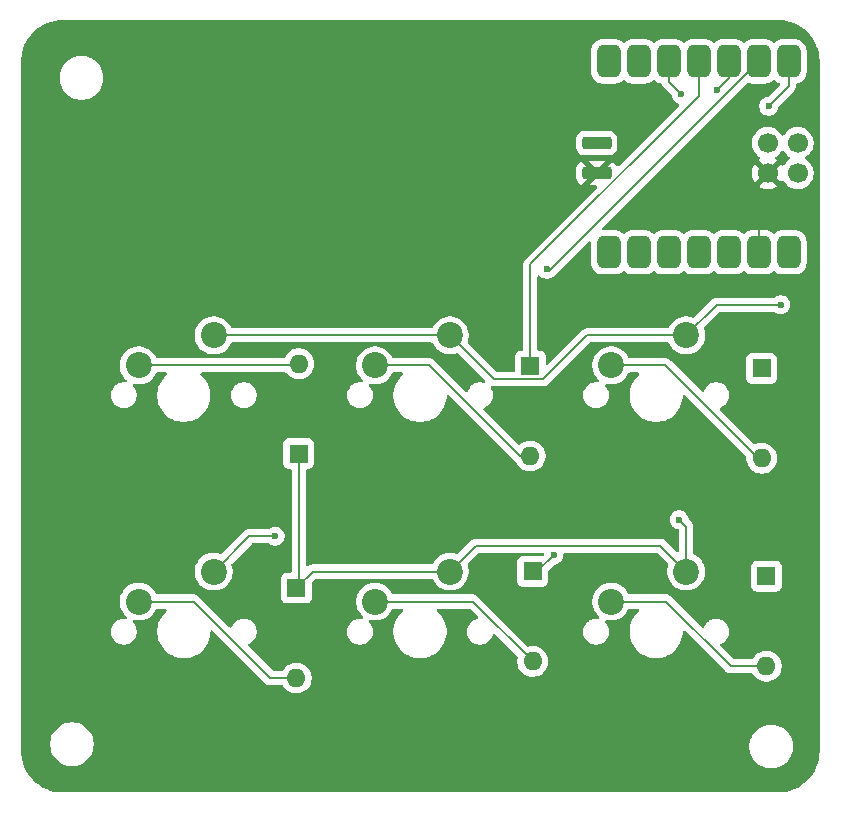
<source format=gbr>
%TF.GenerationSoftware,KiCad,Pcbnew,9.0.1*%
%TF.CreationDate,2025-07-05T23:22:52+10:00*%
%TF.ProjectId,macropad,6d616372-6f70-4616-942e-6b696361645f,rev?*%
%TF.SameCoordinates,Original*%
%TF.FileFunction,Copper,L1,Top*%
%TF.FilePolarity,Positive*%
%FSLAX46Y46*%
G04 Gerber Fmt 4.6, Leading zero omitted, Abs format (unit mm)*
G04 Created by KiCad (PCBNEW 9.0.1) date 2025-07-05 23:22:52*
%MOMM*%
%LPD*%
G01*
G04 APERTURE LIST*
G04 Aperture macros list*
%AMRoundRect*
0 Rectangle with rounded corners*
0 $1 Rounding radius*
0 $2 $3 $4 $5 $6 $7 $8 $9 X,Y pos of 4 corners*
0 Add a 4 corners polygon primitive as box body*
4,1,4,$2,$3,$4,$5,$6,$7,$8,$9,$2,$3,0*
0 Add four circle primitives for the rounded corners*
1,1,$1+$1,$2,$3*
1,1,$1+$1,$4,$5*
1,1,$1+$1,$6,$7*
1,1,$1+$1,$8,$9*
0 Add four rect primitives between the rounded corners*
20,1,$1+$1,$2,$3,$4,$5,0*
20,1,$1+$1,$4,$5,$6,$7,0*
20,1,$1+$1,$6,$7,$8,$9,0*
20,1,$1+$1,$8,$9,$2,$3,0*%
G04 Aperture macros list end*
%TA.AperFunction,ComponentPad*%
%ADD10O,1.600000X1.600000*%
%TD*%
%TA.AperFunction,ComponentPad*%
%ADD11R,1.600000X1.600000*%
%TD*%
%TA.AperFunction,ComponentPad*%
%ADD12C,2.200000*%
%TD*%
%TA.AperFunction,SMDPad,CuDef*%
%ADD13RoundRect,0.500000X-0.500000X0.875000X-0.500000X-0.875000X0.500000X-0.875000X0.500000X0.875000X0*%
%TD*%
%TA.AperFunction,SMDPad,CuDef*%
%ADD14RoundRect,0.275000X0.975000X0.275000X-0.975000X0.275000X-0.975000X-0.275000X0.975000X-0.275000X0*%
%TD*%
%TA.AperFunction,SMDPad,CuDef*%
%ADD15C,1.700000*%
%TD*%
%TA.AperFunction,ViaPad*%
%ADD16C,0.600000*%
%TD*%
%TA.AperFunction,Conductor*%
%ADD17C,0.200000*%
%TD*%
G04 APERTURE END LIST*
D10*
%TO.P,D1,2,A*%
%TO.N,Net-(D1-A)*%
X57200000Y-52390000D03*
D11*
%TO.P,D1,1,K*%
%TO.N,ROW 1*%
X57200000Y-60010000D03*
%TD*%
D12*
%TO.P,SW1,2,2*%
%TO.N,Net-(D1-A)*%
X43650000Y-52540000D03*
%TO.P,SW1,1,1*%
%TO.N,COL 1*%
X50000000Y-50000000D03*
%TD*%
%TO.P,SW6,1,1*%
%TO.N,ROW 1*%
X90000000Y-70000000D03*
%TO.P,SW6,2,2*%
%TO.N,Net-(D6-A)*%
X83650000Y-72540000D03*
%TD*%
%TO.P,SW5,1,1*%
%TO.N,COL 1*%
X90000000Y-50000000D03*
%TO.P,SW5,2,2*%
%TO.N,Net-(D5-A)*%
X83650000Y-52540000D03*
%TD*%
%TO.P,SW4,1,1*%
%TO.N,ROW 1*%
X70000000Y-70000000D03*
%TO.P,SW4,2,2*%
%TO.N,Net-(D4-A)*%
X63650000Y-72540000D03*
%TD*%
%TO.P,SW3,1,1*%
%TO.N,COL 1*%
X70000000Y-50000000D03*
%TO.P,SW3,2,2*%
%TO.N,Net-(D3-A)*%
X63650000Y-52540000D03*
%TD*%
%TO.P,SW2,1,1*%
%TO.N,COL 2*%
X50000000Y-70000000D03*
%TO.P,SW2,2,2*%
%TO.N,Net-(D2-A)*%
X43650000Y-72540000D03*
%TD*%
D11*
%TO.P,D6,1,K*%
%TO.N,ROW 3*%
X96800000Y-70390000D03*
D10*
%TO.P,D6,2,A*%
%TO.N,Net-(D6-A)*%
X96800000Y-78010000D03*
%TD*%
D11*
%TO.P,D5,1,K*%
%TO.N,ROW 3*%
X96400000Y-52790000D03*
D10*
%TO.P,D5,2,A*%
%TO.N,Net-(D5-A)*%
X96400000Y-60410000D03*
%TD*%
D11*
%TO.P,D4,1,K*%
%TO.N,ROW 2*%
X77000000Y-69990000D03*
D10*
%TO.P,D4,2,A*%
%TO.N,Net-(D4-A)*%
X77000000Y-77610000D03*
%TD*%
D11*
%TO.P,D3,1,K*%
%TO.N,ROW 2*%
X76800000Y-52600000D03*
D10*
%TO.P,D3,2,A*%
%TO.N,Net-(D3-A)*%
X76800000Y-60220000D03*
%TD*%
D11*
%TO.P,D2,1,K*%
%TO.N,ROW 1*%
X57000000Y-71390000D03*
D10*
%TO.P,D2,2,A*%
%TO.N,Net-(D2-A)*%
X57000000Y-79010000D03*
%TD*%
D13*
%TO.P,U1,1,GPIO26_A0_D0*%
%TO.N,COL 1*%
X98689750Y-26804500D03*
%TO.P,U1,2,GPIO27_A1_D1*%
%TO.N,COL 2*%
X96149750Y-26804500D03*
%TO.P,U1,3,GPIO28_A2_D2*%
%TO.N,ROW 1*%
X93609750Y-26804500D03*
%TO.P,U1,4,GPIO29_A3_D3*%
%TO.N,ROW 2*%
X91069750Y-26804500D03*
%TO.P,U1,5,GPIO6_D4_SDA*%
%TO.N,ROW 3*%
X88529750Y-26804500D03*
%TO.P,U1,6,GPIO7_D5_SCL*%
%TO.N,unconnected-(U1-GPIO7_D5_SCL-Pad6)*%
X85989750Y-26804500D03*
%TO.P,U1,7,GPIO0_D6_TX*%
%TO.N,unconnected-(U1-GPIO0_D6_TX-Pad7)*%
X83449750Y-26804500D03*
%TO.P,U1,8,GPIO1_D7_CSn_RX*%
%TO.N,unconnected-(U1-GPIO1_D7_CSn_RX-Pad8)*%
X83449750Y-42969500D03*
%TO.P,U1,9,GPIO2_D8_SCK*%
%TO.N,unconnected-(U1-GPIO2_D8_SCK-Pad9)*%
X85989750Y-42969500D03*
%TO.P,U1,10,GPIO4_D9_MISO*%
%TO.N,unconnected-(U1-GPIO4_D9_MISO-Pad10)*%
X88529750Y-42969500D03*
%TO.P,U1,11,GPIO3_D10_MOSI*%
%TO.N,unconnected-(U1-GPIO3_D10_MOSI-Pad11)*%
X91069750Y-42969500D03*
%TO.P,U1,12,3V3*%
%TO.N,unconnected-(U1-3V3-Pad12)*%
X93609750Y-42969500D03*
%TO.P,U1,13,GND*%
%TO.N,GND*%
X96149750Y-42969500D03*
%TO.P,U1,14,5V*%
%TO.N,unconnected-(U1-5V-Pad14)*%
X98689750Y-42969500D03*
D14*
%TO.P,U1,15,BAT*%
%TO.N,unconnected-(U1-BAT-Pad15)*%
X82429750Y-33716500D03*
%TO.P,U1,16,GND*%
%TO.N,GND*%
X82429750Y-36256500D03*
D15*
%TO.P,U1,17,SWDIO*%
%TO.N,unconnected-(U1-SWDIO-Pad17)*%
X99447750Y-33716500D03*
%TO.P,U1,18,SWDCLK*%
%TO.N,unconnected-(U1-SWDCLK-Pad18)*%
X99447750Y-36256500D03*
%TO.P,U1,19,RST*%
%TO.N,unconnected-(U1-RST-Pad19)*%
X96907750Y-33716500D03*
%TO.P,U1,20,GND*%
%TO.N,GND*%
X96907750Y-36256500D03*
%TD*%
D16*
%TO.N,COL 1*%
X97000000Y-30600000D03*
%TO.N,ROW 1*%
X92600000Y-29200000D03*
%TO.N,COL 2*%
X78200000Y-44400000D03*
%TO.N,ROW 3*%
X89600000Y-29600000D03*
%TO.N,COL 1*%
X98000000Y-47400000D03*
%TO.N,ROW 1*%
X89400000Y-65600000D03*
%TO.N,COL 2*%
X55200000Y-67000000D03*
%TO.N,ROW 2*%
X78800000Y-68600000D03*
%TD*%
D17*
%TO.N,GND*%
X96149750Y-37014500D02*
X96907750Y-36256500D01*
X96149750Y-42969500D02*
X96149750Y-37014500D01*
%TO.N,COL 1*%
X98689750Y-28910250D02*
X97000000Y-30600000D01*
X98689750Y-26804500D02*
X98689750Y-28910250D01*
%TO.N,ROW 1*%
X93609750Y-28190250D02*
X92600000Y-29200000D01*
X93609750Y-26804500D02*
X93609750Y-28190250D01*
%TO.N,COL 2*%
X78354250Y-44554250D02*
X78200000Y-44400000D01*
X78400000Y-44554250D02*
X78354250Y-44554250D01*
X96149750Y-26804500D02*
X78400000Y-44554250D01*
%TO.N,ROW 2*%
X91069750Y-29730250D02*
X76800000Y-44000000D01*
X91069750Y-26804500D02*
X91069750Y-29730250D01*
X76800000Y-44000000D02*
X76800000Y-52600000D01*
%TO.N,ROW 3*%
X88529750Y-28529750D02*
X89600000Y-29600000D01*
X88529750Y-26804500D02*
X88529750Y-28529750D01*
%TO.N,COL 1*%
X92600000Y-47400000D02*
X90000000Y-50000000D01*
X98000000Y-47400000D02*
X92600000Y-47400000D01*
X73701000Y-53701000D02*
X70000000Y-50000000D01*
X77901000Y-53701000D02*
X73701000Y-53701000D01*
X81602000Y-50000000D02*
X77901000Y-53701000D01*
X90000000Y-50000000D02*
X81602000Y-50000000D01*
%TO.N,Net-(D3-A)*%
X68244816Y-52540000D02*
X63650000Y-52540000D01*
X75924816Y-60220000D02*
X68244816Y-52540000D01*
X76800000Y-60220000D02*
X75924816Y-60220000D01*
%TO.N,ROW 1*%
X90000000Y-66200000D02*
X89400000Y-65600000D01*
X90000000Y-70000000D02*
X90000000Y-66200000D01*
%TO.N,Net-(D5-A)*%
X88244816Y-52540000D02*
X83650000Y-52540000D01*
X96114816Y-60410000D02*
X88244816Y-52540000D01*
X96400000Y-60410000D02*
X96114816Y-60410000D01*
%TO.N,COL 2*%
X53000000Y-67000000D02*
X55200000Y-67000000D01*
X50000000Y-70000000D02*
X53000000Y-67000000D01*
%TO.N,ROW 2*%
X77410000Y-69990000D02*
X78800000Y-68600000D01*
X77000000Y-69990000D02*
X77410000Y-69990000D01*
%TO.N,ROW 1*%
X87800000Y-67800000D02*
X72200000Y-67800000D01*
X72200000Y-67800000D02*
X70000000Y-70000000D01*
X90000000Y-70000000D02*
X87800000Y-67800000D01*
X58390000Y-70000000D02*
X70000000Y-70000000D01*
X57000000Y-71390000D02*
X58390000Y-70000000D01*
%TO.N,Net-(D6-A)*%
X93771530Y-78010000D02*
X96800000Y-78010000D01*
X88301530Y-72540000D02*
X93771530Y-78010000D01*
X83650000Y-72540000D02*
X88301530Y-72540000D01*
%TO.N,Net-(D4-A)*%
X71930000Y-72540000D02*
X77000000Y-77610000D01*
X63650000Y-72540000D02*
X71930000Y-72540000D01*
%TO.N,Net-(D2-A)*%
X54771530Y-79010000D02*
X48301530Y-72540000D01*
X48301530Y-72540000D02*
X43650000Y-72540000D01*
X57000000Y-79010000D02*
X54771530Y-79010000D01*
%TO.N,ROW 1*%
X57200000Y-71190000D02*
X57000000Y-71390000D01*
X57200000Y-60010000D02*
X57200000Y-71190000D01*
%TO.N,Net-(D1-A)*%
X57050000Y-52540000D02*
X57200000Y-52390000D01*
X43650000Y-52540000D02*
X57050000Y-52540000D01*
%TO.N,COL 1*%
X50000000Y-50000000D02*
X70000000Y-50000000D01*
%TD*%
%TA.AperFunction,Conductor*%
%TO.N,GND*%
G36*
X97803032Y-23300648D02*
G01*
X98136929Y-23317052D01*
X98149037Y-23318245D01*
X98252146Y-23333539D01*
X98476699Y-23366849D01*
X98488617Y-23369219D01*
X98809951Y-23449709D01*
X98821588Y-23453240D01*
X98892806Y-23478722D01*
X99133467Y-23564832D01*
X99144688Y-23569479D01*
X99444163Y-23711120D01*
X99454871Y-23716844D01*
X99738988Y-23887137D01*
X99749106Y-23893897D01*
X100015170Y-24091224D01*
X100024576Y-24098944D01*
X100270013Y-24321395D01*
X100278604Y-24329986D01*
X100465755Y-24536475D01*
X100501055Y-24575423D01*
X100508775Y-24584829D01*
X100706102Y-24850893D01*
X100712862Y-24861011D01*
X100841776Y-25076092D01*
X100883148Y-25145116D01*
X100888883Y-25155844D01*
X100918465Y-25218391D01*
X101030514Y-25455297D01*
X101035170Y-25466540D01*
X101146759Y-25778411D01*
X101150292Y-25790055D01*
X101230777Y-26111369D01*
X101233151Y-26123305D01*
X101281754Y-26450962D01*
X101282947Y-26463071D01*
X101299351Y-26796966D01*
X101299500Y-26803051D01*
X101299500Y-85196948D01*
X101299351Y-85203033D01*
X101282947Y-85536928D01*
X101281754Y-85549037D01*
X101233151Y-85876694D01*
X101230777Y-85888630D01*
X101150292Y-86209944D01*
X101146759Y-86221588D01*
X101035170Y-86533459D01*
X101030514Y-86544702D01*
X100888885Y-86844151D01*
X100883148Y-86854883D01*
X100712862Y-87138988D01*
X100706102Y-87149106D01*
X100508775Y-87415170D01*
X100501055Y-87424576D01*
X100278611Y-87670006D01*
X100270006Y-87678611D01*
X100024576Y-87901055D01*
X100015170Y-87908775D01*
X99749106Y-88106102D01*
X99738988Y-88112862D01*
X99454883Y-88283148D01*
X99444151Y-88288885D01*
X99144702Y-88430514D01*
X99133459Y-88435170D01*
X98821588Y-88546759D01*
X98809944Y-88550292D01*
X98488630Y-88630777D01*
X98476694Y-88633151D01*
X98149037Y-88681754D01*
X98136928Y-88682947D01*
X97821989Y-88698419D01*
X97803031Y-88699351D01*
X97796949Y-88699500D01*
X37203051Y-88699500D01*
X37196968Y-88699351D01*
X37176900Y-88698365D01*
X36863071Y-88682947D01*
X36850962Y-88681754D01*
X36523305Y-88633151D01*
X36511369Y-88630777D01*
X36190055Y-88550292D01*
X36178411Y-88546759D01*
X35866540Y-88435170D01*
X35855301Y-88430515D01*
X35555844Y-88288883D01*
X35545121Y-88283150D01*
X35261011Y-88112862D01*
X35250893Y-88106102D01*
X34984829Y-87908775D01*
X34975423Y-87901055D01*
X34936475Y-87865755D01*
X34729986Y-87678604D01*
X34721395Y-87670013D01*
X34498944Y-87424576D01*
X34491224Y-87415170D01*
X34293897Y-87149106D01*
X34287137Y-87138988D01*
X34116844Y-86854871D01*
X34111120Y-86844163D01*
X33969479Y-86544688D01*
X33964829Y-86533459D01*
X33939699Y-86463226D01*
X33868138Y-86263226D01*
X33853240Y-86221588D01*
X33849707Y-86209944D01*
X33845780Y-86194265D01*
X33769219Y-85888617D01*
X33766848Y-85876694D01*
X33758844Y-85822738D01*
X33730298Y-85630293D01*
X33718245Y-85549037D01*
X33717052Y-85536927D01*
X33700649Y-85203032D01*
X33700500Y-85196948D01*
X33700500Y-84478711D01*
X36149500Y-84478711D01*
X36149500Y-84721288D01*
X36181161Y-84961785D01*
X36243947Y-85196104D01*
X36336773Y-85420205D01*
X36336776Y-85420212D01*
X36458064Y-85630289D01*
X36458066Y-85630292D01*
X36458067Y-85630293D01*
X36605733Y-85822736D01*
X36605739Y-85822743D01*
X36777256Y-85994260D01*
X36777262Y-85994265D01*
X36969711Y-86141936D01*
X37179788Y-86263224D01*
X37403900Y-86356054D01*
X37638211Y-86418838D01*
X37818586Y-86442584D01*
X37878711Y-86450500D01*
X37878712Y-86450500D01*
X38121289Y-86450500D01*
X38169388Y-86444167D01*
X38361789Y-86418838D01*
X38596100Y-86356054D01*
X38820212Y-86263224D01*
X39030289Y-86141936D01*
X39222738Y-85994265D01*
X39394265Y-85822738D01*
X39541936Y-85630289D01*
X39663224Y-85420212D01*
X39756054Y-85196100D01*
X39818838Y-84961789D01*
X39850500Y-84721288D01*
X39850500Y-84678711D01*
X95349500Y-84678711D01*
X95349500Y-84921288D01*
X95381161Y-85161785D01*
X95443947Y-85396104D01*
X95504798Y-85543011D01*
X95536776Y-85620212D01*
X95658064Y-85830289D01*
X95658066Y-85830292D01*
X95658067Y-85830293D01*
X95805733Y-86022736D01*
X95805739Y-86022743D01*
X95977256Y-86194260D01*
X95977262Y-86194265D01*
X96169711Y-86341936D01*
X96379788Y-86463224D01*
X96603900Y-86556054D01*
X96838211Y-86618838D01*
X97018586Y-86642584D01*
X97078711Y-86650500D01*
X97078712Y-86650500D01*
X97321289Y-86650500D01*
X97369388Y-86644167D01*
X97561789Y-86618838D01*
X97796100Y-86556054D01*
X98020212Y-86463224D01*
X98230289Y-86341936D01*
X98422738Y-86194265D01*
X98594265Y-86022738D01*
X98741936Y-85830289D01*
X98863224Y-85620212D01*
X98956054Y-85396100D01*
X99018838Y-85161789D01*
X99050500Y-84921288D01*
X99050500Y-84678712D01*
X99018838Y-84438211D01*
X98956054Y-84203900D01*
X98863224Y-83979788D01*
X98741936Y-83769711D01*
X98594265Y-83577262D01*
X98594260Y-83577256D01*
X98422743Y-83405739D01*
X98422736Y-83405733D01*
X98230293Y-83258067D01*
X98230292Y-83258066D01*
X98230289Y-83258064D01*
X98020212Y-83136776D01*
X98020205Y-83136773D01*
X97796104Y-83043947D01*
X97561785Y-82981161D01*
X97321289Y-82949500D01*
X97321288Y-82949500D01*
X97078712Y-82949500D01*
X97078711Y-82949500D01*
X96838214Y-82981161D01*
X96603895Y-83043947D01*
X96379794Y-83136773D01*
X96379785Y-83136777D01*
X96169706Y-83258067D01*
X95977263Y-83405733D01*
X95977256Y-83405739D01*
X95805739Y-83577256D01*
X95805733Y-83577263D01*
X95658067Y-83769706D01*
X95536777Y-83979785D01*
X95536773Y-83979794D01*
X95443947Y-84203895D01*
X95381161Y-84438214D01*
X95349500Y-84678711D01*
X39850500Y-84678711D01*
X39850500Y-84478712D01*
X39818838Y-84238211D01*
X39756054Y-84003900D01*
X39663224Y-83779788D01*
X39541936Y-83569711D01*
X39394265Y-83377262D01*
X39394260Y-83377256D01*
X39222743Y-83205739D01*
X39222736Y-83205733D01*
X39030293Y-83058067D01*
X39030292Y-83058066D01*
X39030289Y-83058064D01*
X38820212Y-82936776D01*
X38820205Y-82936773D01*
X38596104Y-82843947D01*
X38361785Y-82781161D01*
X38121289Y-82749500D01*
X38121288Y-82749500D01*
X37878712Y-82749500D01*
X37878711Y-82749500D01*
X37638214Y-82781161D01*
X37403895Y-82843947D01*
X37179794Y-82936773D01*
X37179785Y-82936777D01*
X36969706Y-83058067D01*
X36777263Y-83205733D01*
X36777256Y-83205739D01*
X36605739Y-83377256D01*
X36605733Y-83377263D01*
X36458067Y-83569706D01*
X36458064Y-83569710D01*
X36458064Y-83569711D01*
X36453704Y-83577263D01*
X36336777Y-83779785D01*
X36336773Y-83779794D01*
X36243947Y-84003895D01*
X36181161Y-84238214D01*
X36149500Y-84478711D01*
X33700500Y-84478711D01*
X33700500Y-74993389D01*
X41279500Y-74993389D01*
X41279500Y-75166610D01*
X41297250Y-75278684D01*
X41306598Y-75337701D01*
X41360127Y-75502445D01*
X41438768Y-75656788D01*
X41540586Y-75796928D01*
X41663072Y-75919414D01*
X41803212Y-76021232D01*
X41957555Y-76099873D01*
X42122299Y-76153402D01*
X42293389Y-76180500D01*
X42293390Y-76180500D01*
X42466610Y-76180500D01*
X42466611Y-76180500D01*
X42637701Y-76153402D01*
X42802445Y-76099873D01*
X42956788Y-76021232D01*
X43096928Y-75919414D01*
X43219414Y-75796928D01*
X43321232Y-75656788D01*
X43399873Y-75502445D01*
X43453402Y-75337701D01*
X43480500Y-75166611D01*
X43480500Y-74993389D01*
X43453402Y-74822299D01*
X43399873Y-74657555D01*
X43321232Y-74503212D01*
X43219414Y-74363072D01*
X43167482Y-74311140D01*
X43133997Y-74249817D01*
X43138981Y-74180125D01*
X43180853Y-74124192D01*
X43246317Y-74099775D01*
X43274561Y-74100986D01*
X43275212Y-74101089D01*
X43275215Y-74101090D01*
X43524038Y-74140500D01*
X43524039Y-74140500D01*
X43775961Y-74140500D01*
X43775962Y-74140500D01*
X44024785Y-74101090D01*
X44264379Y-74023241D01*
X44488845Y-73908870D01*
X44692656Y-73760793D01*
X44870793Y-73582656D01*
X45018870Y-73378845D01*
X45105815Y-73208204D01*
X45153789Y-73157409D01*
X45216300Y-73140500D01*
X45925462Y-73140500D01*
X45992501Y-73160185D01*
X46038256Y-73212989D01*
X46048200Y-73282147D01*
X46019175Y-73345703D01*
X46000948Y-73362876D01*
X45972959Y-73384352D01*
X45972952Y-73384358D01*
X45764358Y-73592952D01*
X45764352Y-73592959D01*
X45584761Y-73827006D01*
X45437258Y-74082489D01*
X45437254Y-74082499D01*
X45324364Y-74355038D01*
X45324361Y-74355048D01*
X45248008Y-74640004D01*
X45248006Y-74640015D01*
X45209500Y-74932486D01*
X45209500Y-75227513D01*
X45241571Y-75471113D01*
X45248007Y-75519993D01*
X45322212Y-75796930D01*
X45324361Y-75804951D01*
X45324364Y-75804961D01*
X45437254Y-76077500D01*
X45437258Y-76077510D01*
X45584761Y-76332993D01*
X45764352Y-76567040D01*
X45764358Y-76567047D01*
X45972952Y-76775641D01*
X45972959Y-76775647D01*
X46207006Y-76955238D01*
X46462489Y-77102741D01*
X46462490Y-77102741D01*
X46462493Y-77102743D01*
X46735048Y-77215639D01*
X47020007Y-77291993D01*
X47312494Y-77330500D01*
X47312501Y-77330500D01*
X47607499Y-77330500D01*
X47607506Y-77330500D01*
X47899993Y-77291993D01*
X48184952Y-77215639D01*
X48457507Y-77102743D01*
X48712994Y-76955238D01*
X48947042Y-76775646D01*
X49155646Y-76567042D01*
X49335238Y-76332994D01*
X49482743Y-76077507D01*
X49595639Y-75804952D01*
X49671993Y-75519993D01*
X49710500Y-75227506D01*
X49710500Y-75097567D01*
X49730185Y-75030529D01*
X49782989Y-74984774D01*
X49852147Y-74974830D01*
X49915703Y-75003855D01*
X49922180Y-75009886D01*
X54402814Y-79490520D01*
X54402816Y-79490521D01*
X54402820Y-79490524D01*
X54539739Y-79569573D01*
X54539746Y-79569577D01*
X54692473Y-79610501D01*
X54692475Y-79610501D01*
X54858184Y-79610501D01*
X54858200Y-79610500D01*
X55770398Y-79610500D01*
X55837437Y-79630185D01*
X55880883Y-79678205D01*
X55887715Y-79691614D01*
X56008028Y-79857213D01*
X56152786Y-80001971D01*
X56307749Y-80114556D01*
X56318390Y-80122287D01*
X56434607Y-80181503D01*
X56500776Y-80215218D01*
X56500778Y-80215218D01*
X56500781Y-80215220D01*
X56605137Y-80249127D01*
X56695465Y-80278477D01*
X56796557Y-80294488D01*
X56897648Y-80310500D01*
X56897649Y-80310500D01*
X57102351Y-80310500D01*
X57102352Y-80310500D01*
X57304534Y-80278477D01*
X57499219Y-80215220D01*
X57681610Y-80122287D01*
X57774590Y-80054732D01*
X57847213Y-80001971D01*
X57847215Y-80001968D01*
X57847219Y-80001966D01*
X57991966Y-79857219D01*
X57991968Y-79857215D01*
X57991971Y-79857213D01*
X58044732Y-79784590D01*
X58112287Y-79691610D01*
X58205220Y-79509219D01*
X58268477Y-79314534D01*
X58300500Y-79112352D01*
X58300500Y-78907648D01*
X58268477Y-78705466D01*
X58259619Y-78678205D01*
X58205218Y-78510776D01*
X58171503Y-78444607D01*
X58112287Y-78328390D01*
X58085565Y-78291610D01*
X57991971Y-78162786D01*
X57847213Y-78018028D01*
X57681613Y-77897715D01*
X57681612Y-77897714D01*
X57681610Y-77897713D01*
X57624653Y-77868691D01*
X57499223Y-77804781D01*
X57304534Y-77741522D01*
X57129995Y-77713878D01*
X57102352Y-77709500D01*
X56897648Y-77709500D01*
X56873329Y-77713351D01*
X56695465Y-77741522D01*
X56500776Y-77804781D01*
X56318386Y-77897715D01*
X56152786Y-78018028D01*
X56008028Y-78162786D01*
X55887715Y-78328385D01*
X55880883Y-78341795D01*
X55832909Y-78392591D01*
X55770398Y-78409500D01*
X55071628Y-78409500D01*
X55004589Y-78389815D01*
X54983947Y-78373181D01*
X52915473Y-76304707D01*
X52881988Y-76243384D01*
X52886972Y-76173692D01*
X52928844Y-76117759D01*
X52958271Y-76102505D01*
X52957952Y-76101734D01*
X52962435Y-76099876D01*
X52962445Y-76099873D01*
X53116788Y-76021232D01*
X53256928Y-75919414D01*
X53379414Y-75796928D01*
X53481232Y-75656788D01*
X53559873Y-75502445D01*
X53613402Y-75337701D01*
X53640500Y-75166611D01*
X53640500Y-74993389D01*
X61279500Y-74993389D01*
X61279500Y-75166610D01*
X61297250Y-75278684D01*
X61306598Y-75337701D01*
X61360127Y-75502445D01*
X61438768Y-75656788D01*
X61540586Y-75796928D01*
X61663072Y-75919414D01*
X61803212Y-76021232D01*
X61957555Y-76099873D01*
X62122299Y-76153402D01*
X62293389Y-76180500D01*
X62293390Y-76180500D01*
X62466610Y-76180500D01*
X62466611Y-76180500D01*
X62637701Y-76153402D01*
X62802445Y-76099873D01*
X62956788Y-76021232D01*
X63096928Y-75919414D01*
X63219414Y-75796928D01*
X63321232Y-75656788D01*
X63399873Y-75502445D01*
X63453402Y-75337701D01*
X63480500Y-75166611D01*
X63480500Y-74993389D01*
X63453402Y-74822299D01*
X63399873Y-74657555D01*
X63321232Y-74503212D01*
X63219414Y-74363072D01*
X63167482Y-74311140D01*
X63133997Y-74249817D01*
X63138981Y-74180125D01*
X63180853Y-74124192D01*
X63246317Y-74099775D01*
X63274561Y-74100986D01*
X63275212Y-74101089D01*
X63275215Y-74101090D01*
X63524038Y-74140500D01*
X63524039Y-74140500D01*
X63775961Y-74140500D01*
X63775962Y-74140500D01*
X64024785Y-74101090D01*
X64264379Y-74023241D01*
X64488845Y-73908870D01*
X64692656Y-73760793D01*
X64870793Y-73582656D01*
X65018870Y-73378845D01*
X65105815Y-73208204D01*
X65153789Y-73157409D01*
X65216300Y-73140500D01*
X65925462Y-73140500D01*
X65992501Y-73160185D01*
X66038256Y-73212989D01*
X66048200Y-73282147D01*
X66019175Y-73345703D01*
X66000948Y-73362876D01*
X65972959Y-73384352D01*
X65972952Y-73384358D01*
X65764358Y-73592952D01*
X65764352Y-73592959D01*
X65584761Y-73827006D01*
X65437258Y-74082489D01*
X65437254Y-74082499D01*
X65324364Y-74355038D01*
X65324361Y-74355048D01*
X65248008Y-74640004D01*
X65248006Y-74640015D01*
X65209500Y-74932486D01*
X65209500Y-75227513D01*
X65241571Y-75471113D01*
X65248007Y-75519993D01*
X65322212Y-75796930D01*
X65324361Y-75804951D01*
X65324364Y-75804961D01*
X65437254Y-76077500D01*
X65437258Y-76077510D01*
X65584761Y-76332993D01*
X65764352Y-76567040D01*
X65764358Y-76567047D01*
X65972952Y-76775641D01*
X65972959Y-76775647D01*
X66207006Y-76955238D01*
X66462489Y-77102741D01*
X66462490Y-77102741D01*
X66462493Y-77102743D01*
X66735048Y-77215639D01*
X67020007Y-77291993D01*
X67312494Y-77330500D01*
X67312501Y-77330500D01*
X67607499Y-77330500D01*
X67607506Y-77330500D01*
X67899993Y-77291993D01*
X68184952Y-77215639D01*
X68457507Y-77102743D01*
X68712994Y-76955238D01*
X68947042Y-76775646D01*
X69155646Y-76567042D01*
X69335238Y-76332994D01*
X69482743Y-76077507D01*
X69595639Y-75804952D01*
X69671993Y-75519993D01*
X69710500Y-75227506D01*
X69710500Y-74932494D01*
X69671993Y-74640007D01*
X69595639Y-74355048D01*
X69482743Y-74082493D01*
X69427309Y-73986479D01*
X69335238Y-73827006D01*
X69155647Y-73592959D01*
X69155641Y-73592952D01*
X68947047Y-73384358D01*
X68947040Y-73384352D01*
X68919052Y-73362876D01*
X68877849Y-73306448D01*
X68873694Y-73236702D01*
X68907906Y-73175782D01*
X68969624Y-73143029D01*
X68994538Y-73140500D01*
X71629903Y-73140500D01*
X71696942Y-73160185D01*
X71717584Y-73176819D01*
X72339481Y-73798716D01*
X72372966Y-73860039D01*
X72367982Y-73929731D01*
X72326110Y-73985664D01*
X72286642Y-74004202D01*
X72286932Y-74005093D01*
X72282301Y-74006597D01*
X72282299Y-74006598D01*
X72231084Y-74023239D01*
X72117552Y-74060128D01*
X71963211Y-74138768D01*
X71906289Y-74180125D01*
X71823072Y-74240586D01*
X71823070Y-74240588D01*
X71823069Y-74240588D01*
X71700588Y-74363069D01*
X71700588Y-74363070D01*
X71700586Y-74363072D01*
X71656859Y-74423256D01*
X71598768Y-74503211D01*
X71520128Y-74657552D01*
X71466597Y-74822302D01*
X71439500Y-74993389D01*
X71439500Y-75166610D01*
X71457250Y-75278684D01*
X71466598Y-75337701D01*
X71520127Y-75502445D01*
X71598768Y-75656788D01*
X71700586Y-75796928D01*
X71823072Y-75919414D01*
X71963212Y-76021232D01*
X72117555Y-76099873D01*
X72282299Y-76153402D01*
X72453389Y-76180500D01*
X72453390Y-76180500D01*
X72626610Y-76180500D01*
X72626611Y-76180500D01*
X72797701Y-76153402D01*
X72962445Y-76099873D01*
X73116788Y-76021232D01*
X73256928Y-75919414D01*
X73379414Y-75796928D01*
X73481232Y-75656788D01*
X73559873Y-75502445D01*
X73613402Y-75337701D01*
X73613403Y-75337697D01*
X73614907Y-75333068D01*
X73616323Y-75333528D01*
X73647795Y-75278684D01*
X73709813Y-75246503D01*
X73779384Y-75252961D01*
X73821283Y-75280519D01*
X75705921Y-77165157D01*
X75739406Y-77226480D01*
X75736173Y-77291149D01*
X75731523Y-77305460D01*
X75731523Y-77305462D01*
X75699500Y-77507648D01*
X75699500Y-77712351D01*
X75731522Y-77914534D01*
X75794781Y-78109223D01*
X75887715Y-78291613D01*
X76008028Y-78457213D01*
X76152786Y-78601971D01*
X76276172Y-78691614D01*
X76318390Y-78722287D01*
X76434607Y-78781503D01*
X76500776Y-78815218D01*
X76500778Y-78815218D01*
X76500781Y-78815220D01*
X76605137Y-78849127D01*
X76695465Y-78878477D01*
X76796557Y-78894488D01*
X76897648Y-78910500D01*
X76897649Y-78910500D01*
X77102351Y-78910500D01*
X77102352Y-78910500D01*
X77304534Y-78878477D01*
X77499219Y-78815220D01*
X77681610Y-78722287D01*
X77808379Y-78630185D01*
X77847213Y-78601971D01*
X77847215Y-78601968D01*
X77847219Y-78601966D01*
X77991966Y-78457219D01*
X77991968Y-78457215D01*
X77991971Y-78457213D01*
X78053023Y-78373181D01*
X78112287Y-78291610D01*
X78205220Y-78109219D01*
X78268477Y-77914534D01*
X78300500Y-77712352D01*
X78300500Y-77507648D01*
X78284955Y-77409500D01*
X78268477Y-77305465D01*
X78205218Y-77110776D01*
X78157960Y-77018028D01*
X78112287Y-76928390D01*
X78104556Y-76917749D01*
X77991971Y-76762786D01*
X77847213Y-76618028D01*
X77681613Y-76497715D01*
X77681612Y-76497714D01*
X77681610Y-76497713D01*
X77624653Y-76468691D01*
X77499223Y-76404781D01*
X77304534Y-76341522D01*
X77129995Y-76313878D01*
X77102352Y-76309500D01*
X76897648Y-76309500D01*
X76857211Y-76315904D01*
X76695462Y-76341523D01*
X76695460Y-76341523D01*
X76681149Y-76346173D01*
X76611308Y-76348164D01*
X76555157Y-76315921D01*
X75315434Y-75076198D01*
X75232625Y-74993389D01*
X81279500Y-74993389D01*
X81279500Y-75166610D01*
X81297250Y-75278684D01*
X81306598Y-75337701D01*
X81360127Y-75502445D01*
X81438768Y-75656788D01*
X81540586Y-75796928D01*
X81663072Y-75919414D01*
X81803212Y-76021232D01*
X81957555Y-76099873D01*
X82122299Y-76153402D01*
X82293389Y-76180500D01*
X82293390Y-76180500D01*
X82466610Y-76180500D01*
X82466611Y-76180500D01*
X82637701Y-76153402D01*
X82802445Y-76099873D01*
X82956788Y-76021232D01*
X83096928Y-75919414D01*
X83219414Y-75796928D01*
X83321232Y-75656788D01*
X83399873Y-75502445D01*
X83453402Y-75337701D01*
X83480500Y-75166611D01*
X83480500Y-74993389D01*
X83453402Y-74822299D01*
X83399873Y-74657555D01*
X83321232Y-74503212D01*
X83219414Y-74363072D01*
X83167482Y-74311140D01*
X83133997Y-74249817D01*
X83138981Y-74180125D01*
X83180853Y-74124192D01*
X83246317Y-74099775D01*
X83274561Y-74100986D01*
X83275212Y-74101089D01*
X83275215Y-74101090D01*
X83524038Y-74140500D01*
X83524039Y-74140500D01*
X83775961Y-74140500D01*
X83775962Y-74140500D01*
X84024785Y-74101090D01*
X84264379Y-74023241D01*
X84488845Y-73908870D01*
X84692656Y-73760793D01*
X84870793Y-73582656D01*
X85018870Y-73378845D01*
X85105815Y-73208204D01*
X85153789Y-73157409D01*
X85216300Y-73140500D01*
X85925462Y-73140500D01*
X85992501Y-73160185D01*
X86038256Y-73212989D01*
X86048200Y-73282147D01*
X86019175Y-73345703D01*
X86000948Y-73362876D01*
X85972959Y-73384352D01*
X85972952Y-73384358D01*
X85764358Y-73592952D01*
X85764352Y-73592959D01*
X85584761Y-73827006D01*
X85437258Y-74082489D01*
X85437254Y-74082499D01*
X85324364Y-74355038D01*
X85324361Y-74355048D01*
X85248008Y-74640004D01*
X85248006Y-74640015D01*
X85209500Y-74932486D01*
X85209500Y-75227513D01*
X85241571Y-75471113D01*
X85248007Y-75519993D01*
X85322212Y-75796930D01*
X85324361Y-75804951D01*
X85324364Y-75804961D01*
X85437254Y-76077500D01*
X85437258Y-76077510D01*
X85584761Y-76332993D01*
X85764352Y-76567040D01*
X85764358Y-76567047D01*
X85972952Y-76775641D01*
X85972959Y-76775647D01*
X86207006Y-76955238D01*
X86462489Y-77102741D01*
X86462490Y-77102741D01*
X86462493Y-77102743D01*
X86735048Y-77215639D01*
X87020007Y-77291993D01*
X87312494Y-77330500D01*
X87312501Y-77330500D01*
X87607499Y-77330500D01*
X87607506Y-77330500D01*
X87899993Y-77291993D01*
X88184952Y-77215639D01*
X88457507Y-77102743D01*
X88712994Y-76955238D01*
X88947042Y-76775646D01*
X89155646Y-76567042D01*
X89335238Y-76332994D01*
X89482743Y-76077507D01*
X89595639Y-75804952D01*
X89671993Y-75519993D01*
X89710500Y-75227506D01*
X89710500Y-75097567D01*
X89730185Y-75030528D01*
X89782989Y-74984773D01*
X89852147Y-74974829D01*
X89915703Y-75003854D01*
X89922181Y-75009886D01*
X93286669Y-78374374D01*
X93286679Y-78374385D01*
X93291009Y-78378715D01*
X93291010Y-78378716D01*
X93402814Y-78490520D01*
X93489625Y-78540639D01*
X93489627Y-78540641D01*
X93527681Y-78562611D01*
X93539745Y-78569577D01*
X93692473Y-78610500D01*
X93850587Y-78610500D01*
X95570398Y-78610500D01*
X95637437Y-78630185D01*
X95680883Y-78678205D01*
X95687715Y-78691614D01*
X95808028Y-78857213D01*
X95952786Y-79001971D01*
X96107749Y-79114556D01*
X96118390Y-79122287D01*
X96234607Y-79181503D01*
X96300776Y-79215218D01*
X96300778Y-79215218D01*
X96300781Y-79215220D01*
X96405137Y-79249127D01*
X96495465Y-79278477D01*
X96596557Y-79294488D01*
X96697648Y-79310500D01*
X96697649Y-79310500D01*
X96902351Y-79310500D01*
X96902352Y-79310500D01*
X97104534Y-79278477D01*
X97299219Y-79215220D01*
X97481610Y-79122287D01*
X97574590Y-79054732D01*
X97647213Y-79001971D01*
X97647215Y-79001968D01*
X97647219Y-79001966D01*
X97791966Y-78857219D01*
X97791968Y-78857215D01*
X97791971Y-78857213D01*
X97844732Y-78784590D01*
X97912287Y-78691610D01*
X98005220Y-78509219D01*
X98068477Y-78314534D01*
X98100500Y-78112352D01*
X98100500Y-77907648D01*
X98069568Y-77712352D01*
X98068477Y-77705465D01*
X98005218Y-77510776D01*
X97971503Y-77444607D01*
X97912287Y-77328390D01*
X97832731Y-77218889D01*
X97791971Y-77162786D01*
X97647213Y-77018028D01*
X97481613Y-76897715D01*
X97481612Y-76897714D01*
X97481610Y-76897713D01*
X97424653Y-76868691D01*
X97299223Y-76804781D01*
X97104534Y-76741522D01*
X96929995Y-76713878D01*
X96902352Y-76709500D01*
X96697648Y-76709500D01*
X96673329Y-76713351D01*
X96495465Y-76741522D01*
X96300776Y-76804781D01*
X96118386Y-76897715D01*
X95952786Y-77018028D01*
X95808028Y-77162786D01*
X95687715Y-77328385D01*
X95680883Y-77341795D01*
X95632909Y-77392591D01*
X95570398Y-77409500D01*
X94071627Y-77409500D01*
X94004588Y-77389815D01*
X93983946Y-77373181D01*
X92915472Y-76304707D01*
X92881987Y-76243384D01*
X92886971Y-76173692D01*
X92928843Y-76117759D01*
X92958272Y-76102506D01*
X92957952Y-76101734D01*
X92962435Y-76099876D01*
X92962445Y-76099873D01*
X93116788Y-76021232D01*
X93256928Y-75919414D01*
X93379414Y-75796928D01*
X93481232Y-75656788D01*
X93559873Y-75502445D01*
X93613402Y-75337701D01*
X93640500Y-75166611D01*
X93640500Y-74993389D01*
X93613402Y-74822299D01*
X93559873Y-74657555D01*
X93481232Y-74503212D01*
X93379414Y-74363072D01*
X93256928Y-74240586D01*
X93116788Y-74138768D01*
X92962445Y-74060127D01*
X92797701Y-74006598D01*
X92797699Y-74006597D01*
X92797698Y-74006597D01*
X92665529Y-73985664D01*
X92626611Y-73979500D01*
X92453389Y-73979500D01*
X92414471Y-73985664D01*
X92282302Y-74006597D01*
X92117552Y-74060128D01*
X91963211Y-74138768D01*
X91906289Y-74180125D01*
X91823072Y-74240586D01*
X91823070Y-74240588D01*
X91823069Y-74240588D01*
X91700588Y-74363069D01*
X91700588Y-74363070D01*
X91700586Y-74363072D01*
X91656859Y-74423256D01*
X91598768Y-74503211D01*
X91520126Y-74657556D01*
X91518266Y-74662048D01*
X91516655Y-74661381D01*
X91481459Y-74712846D01*
X91417098Y-74740039D01*
X91348252Y-74728119D01*
X91315292Y-74704527D01*
X88789120Y-72178355D01*
X88789118Y-72178352D01*
X88670247Y-72059481D01*
X88670239Y-72059475D01*
X88550771Y-71990501D01*
X88550768Y-71990500D01*
X88533315Y-71980423D01*
X88380587Y-71939499D01*
X88222473Y-71939499D01*
X88214877Y-71939499D01*
X88214861Y-71939500D01*
X85216300Y-71939500D01*
X85149261Y-71919815D01*
X85105815Y-71871795D01*
X85018870Y-71701155D01*
X84917107Y-71561090D01*
X84870798Y-71497350D01*
X84870794Y-71497345D01*
X84692654Y-71319205D01*
X84692649Y-71319201D01*
X84488848Y-71171132D01*
X84488847Y-71171131D01*
X84488845Y-71171130D01*
X84418747Y-71135413D01*
X84264383Y-71056760D01*
X84024785Y-70978910D01*
X83775962Y-70939500D01*
X83524038Y-70939500D01*
X83399626Y-70959205D01*
X83275214Y-70978910D01*
X83035616Y-71056760D01*
X82811151Y-71171132D01*
X82607350Y-71319201D01*
X82607345Y-71319205D01*
X82429205Y-71497345D01*
X82429201Y-71497350D01*
X82281132Y-71701151D01*
X82166760Y-71925616D01*
X82088910Y-72165214D01*
X82077400Y-72237883D01*
X82049500Y-72414038D01*
X82049500Y-72665962D01*
X82088910Y-72914785D01*
X82166760Y-73154383D01*
X82231860Y-73282147D01*
X82272993Y-73362876D01*
X82281132Y-73378848D01*
X82429201Y-73582649D01*
X82429205Y-73582654D01*
X82429207Y-73582656D01*
X82607344Y-73760793D01*
X82607345Y-73760794D01*
X82607344Y-73760794D01*
X82613661Y-73765383D01*
X82656327Y-73820714D01*
X82662305Y-73890327D01*
X82629699Y-73952122D01*
X82568860Y-73986479D01*
X82521378Y-73988174D01*
X82466611Y-73979500D01*
X82293389Y-73979500D01*
X82254471Y-73985664D01*
X82122302Y-74006597D01*
X81957552Y-74060128D01*
X81803211Y-74138768D01*
X81746289Y-74180125D01*
X81663072Y-74240586D01*
X81663070Y-74240588D01*
X81663069Y-74240588D01*
X81540588Y-74363069D01*
X81540588Y-74363070D01*
X81540586Y-74363072D01*
X81496859Y-74423256D01*
X81438768Y-74503211D01*
X81360128Y-74657552D01*
X81306597Y-74822302D01*
X81279500Y-74993389D01*
X75232625Y-74993389D01*
X72417590Y-72178355D01*
X72417588Y-72178352D01*
X72298717Y-72059481D01*
X72298709Y-72059475D01*
X72179241Y-71990501D01*
X72179238Y-71990500D01*
X72161785Y-71980423D01*
X72009057Y-71939499D01*
X71850943Y-71939499D01*
X71843347Y-71939499D01*
X71843331Y-71939500D01*
X65216300Y-71939500D01*
X65149261Y-71919815D01*
X65105815Y-71871795D01*
X65018870Y-71701155D01*
X64917107Y-71561090D01*
X64870798Y-71497350D01*
X64870794Y-71497345D01*
X64692654Y-71319205D01*
X64692649Y-71319201D01*
X64488848Y-71171132D01*
X64488847Y-71171131D01*
X64488845Y-71171130D01*
X64418747Y-71135413D01*
X64264383Y-71056760D01*
X64024785Y-70978910D01*
X63775962Y-70939500D01*
X63524038Y-70939500D01*
X63399626Y-70959205D01*
X63275214Y-70978910D01*
X63035616Y-71056760D01*
X62811151Y-71171132D01*
X62607350Y-71319201D01*
X62607345Y-71319205D01*
X62429205Y-71497345D01*
X62429201Y-71497350D01*
X62281132Y-71701151D01*
X62166760Y-71925616D01*
X62088910Y-72165214D01*
X62077400Y-72237883D01*
X62049500Y-72414038D01*
X62049500Y-72665962D01*
X62088910Y-72914785D01*
X62166760Y-73154383D01*
X62231860Y-73282147D01*
X62272993Y-73362876D01*
X62281132Y-73378848D01*
X62429201Y-73582649D01*
X62429205Y-73582654D01*
X62429207Y-73582656D01*
X62607344Y-73760793D01*
X62607345Y-73760794D01*
X62607344Y-73760794D01*
X62613661Y-73765383D01*
X62656327Y-73820714D01*
X62662305Y-73890327D01*
X62629699Y-73952122D01*
X62568860Y-73986479D01*
X62521378Y-73988174D01*
X62466611Y-73979500D01*
X62293389Y-73979500D01*
X62254471Y-73985664D01*
X62122302Y-74006597D01*
X61957552Y-74060128D01*
X61803211Y-74138768D01*
X61746289Y-74180125D01*
X61663072Y-74240586D01*
X61663070Y-74240588D01*
X61663069Y-74240588D01*
X61540588Y-74363069D01*
X61540588Y-74363070D01*
X61540586Y-74363072D01*
X61496859Y-74423256D01*
X61438768Y-74503211D01*
X61360128Y-74657552D01*
X61306597Y-74822302D01*
X61279500Y-74993389D01*
X53640500Y-74993389D01*
X53613402Y-74822299D01*
X53559873Y-74657555D01*
X53481232Y-74503212D01*
X53379414Y-74363072D01*
X53256928Y-74240586D01*
X53116788Y-74138768D01*
X52962445Y-74060127D01*
X52797701Y-74006598D01*
X52797699Y-74006597D01*
X52797698Y-74006597D01*
X52665529Y-73985664D01*
X52626611Y-73979500D01*
X52453389Y-73979500D01*
X52414471Y-73985664D01*
X52282302Y-74006597D01*
X52117552Y-74060128D01*
X51963211Y-74138768D01*
X51906289Y-74180125D01*
X51823072Y-74240586D01*
X51823070Y-74240588D01*
X51823069Y-74240588D01*
X51700588Y-74363069D01*
X51700588Y-74363070D01*
X51700586Y-74363072D01*
X51656859Y-74423256D01*
X51598768Y-74503211D01*
X51520126Y-74657556D01*
X51518266Y-74662048D01*
X51516655Y-74661381D01*
X51481459Y-74712846D01*
X51417098Y-74740039D01*
X51348252Y-74728119D01*
X51315292Y-74704527D01*
X48789120Y-72178355D01*
X48789118Y-72178352D01*
X48670247Y-72059481D01*
X48670239Y-72059475D01*
X48550771Y-71990501D01*
X48550768Y-71990500D01*
X48533315Y-71980423D01*
X48380587Y-71939499D01*
X48222473Y-71939499D01*
X48214877Y-71939499D01*
X48214861Y-71939500D01*
X45216300Y-71939500D01*
X45149261Y-71919815D01*
X45105815Y-71871795D01*
X45018870Y-71701155D01*
X44917107Y-71561090D01*
X44870798Y-71497350D01*
X44870794Y-71497345D01*
X44692654Y-71319205D01*
X44692649Y-71319201D01*
X44488848Y-71171132D01*
X44488847Y-71171131D01*
X44488845Y-71171130D01*
X44418747Y-71135413D01*
X44264383Y-71056760D01*
X44024785Y-70978910D01*
X43775962Y-70939500D01*
X43524038Y-70939500D01*
X43399626Y-70959205D01*
X43275214Y-70978910D01*
X43035616Y-71056760D01*
X42811151Y-71171132D01*
X42607350Y-71319201D01*
X42607345Y-71319205D01*
X42429205Y-71497345D01*
X42429201Y-71497350D01*
X42281132Y-71701151D01*
X42166760Y-71925616D01*
X42088910Y-72165214D01*
X42077400Y-72237883D01*
X42049500Y-72414038D01*
X42049500Y-72665962D01*
X42088910Y-72914785D01*
X42166760Y-73154383D01*
X42231860Y-73282147D01*
X42272993Y-73362876D01*
X42281132Y-73378848D01*
X42429201Y-73582649D01*
X42429205Y-73582654D01*
X42429207Y-73582656D01*
X42607344Y-73760793D01*
X42607345Y-73760794D01*
X42607344Y-73760794D01*
X42613661Y-73765383D01*
X42656327Y-73820714D01*
X42662305Y-73890327D01*
X42629699Y-73952122D01*
X42568860Y-73986479D01*
X42521378Y-73988174D01*
X42466611Y-73979500D01*
X42293389Y-73979500D01*
X42254471Y-73985664D01*
X42122302Y-74006597D01*
X41957552Y-74060128D01*
X41803211Y-74138768D01*
X41746289Y-74180125D01*
X41663072Y-74240586D01*
X41663070Y-74240588D01*
X41663069Y-74240588D01*
X41540588Y-74363069D01*
X41540588Y-74363070D01*
X41540586Y-74363072D01*
X41496859Y-74423256D01*
X41438768Y-74503211D01*
X41360128Y-74657552D01*
X41306597Y-74822302D01*
X41279500Y-74993389D01*
X33700500Y-74993389D01*
X33700500Y-69874038D01*
X48399500Y-69874038D01*
X48399500Y-70125962D01*
X48416367Y-70232454D01*
X48438910Y-70374785D01*
X48516760Y-70614383D01*
X48595413Y-70768747D01*
X48630636Y-70837876D01*
X48631132Y-70838848D01*
X48779201Y-71042649D01*
X48779205Y-71042654D01*
X48957345Y-71220794D01*
X48957350Y-71220798D01*
X49135117Y-71349952D01*
X49161155Y-71368870D01*
X49285712Y-71432335D01*
X49385616Y-71483239D01*
X49385618Y-71483239D01*
X49385621Y-71483241D01*
X49625215Y-71561090D01*
X49874038Y-71600500D01*
X49874039Y-71600500D01*
X50125961Y-71600500D01*
X50125962Y-71600500D01*
X50374785Y-71561090D01*
X50614379Y-71483241D01*
X50838845Y-71368870D01*
X51042656Y-71220793D01*
X51220793Y-71042656D01*
X51368870Y-70838845D01*
X51483241Y-70614379D01*
X51506715Y-70542135D01*
X55699500Y-70542135D01*
X55699500Y-72237870D01*
X55699501Y-72237876D01*
X55705908Y-72297483D01*
X55756202Y-72432328D01*
X55756206Y-72432335D01*
X55842452Y-72547544D01*
X55842455Y-72547547D01*
X55957664Y-72633793D01*
X55957671Y-72633797D01*
X56092517Y-72684091D01*
X56092516Y-72684091D01*
X56099444Y-72684835D01*
X56152127Y-72690500D01*
X57847872Y-72690499D01*
X57907483Y-72684091D01*
X58042331Y-72633796D01*
X58157546Y-72547546D01*
X58243796Y-72432331D01*
X58294091Y-72297483D01*
X58300500Y-72237873D01*
X58300499Y-70990096D01*
X58320184Y-70923058D01*
X58336818Y-70902416D01*
X58602416Y-70636819D01*
X58663739Y-70603334D01*
X58690097Y-70600500D01*
X68433700Y-70600500D01*
X68500739Y-70620185D01*
X68544184Y-70668204D01*
X68630636Y-70837876D01*
X68631132Y-70838848D01*
X68779201Y-71042649D01*
X68779205Y-71042654D01*
X68957345Y-71220794D01*
X68957350Y-71220798D01*
X69135117Y-71349952D01*
X69161155Y-71368870D01*
X69285712Y-71432335D01*
X69385616Y-71483239D01*
X69385618Y-71483239D01*
X69385621Y-71483241D01*
X69625215Y-71561090D01*
X69874038Y-71600500D01*
X69874039Y-71600500D01*
X70125961Y-71600500D01*
X70125962Y-71600500D01*
X70374785Y-71561090D01*
X70614379Y-71483241D01*
X70838845Y-71368870D01*
X71042656Y-71220793D01*
X71220793Y-71042656D01*
X71368870Y-70838845D01*
X71483241Y-70614379D01*
X71561090Y-70374785D01*
X71600500Y-70125962D01*
X71600500Y-69874038D01*
X71561090Y-69625215D01*
X71561089Y-69625211D01*
X71561089Y-69625210D01*
X71501909Y-69443073D01*
X71499914Y-69373232D01*
X71532157Y-69317076D01*
X72412416Y-68436819D01*
X72473739Y-68403334D01*
X72500097Y-68400500D01*
X77850902Y-68400500D01*
X77872148Y-68406738D01*
X77894237Y-68408319D01*
X77905019Y-68416390D01*
X77917941Y-68420185D01*
X77932441Y-68436918D01*
X77950170Y-68450191D01*
X77954876Y-68462811D01*
X77963696Y-68472989D01*
X77966847Y-68494906D01*
X77974586Y-68515655D01*
X77971723Y-68528814D01*
X77973640Y-68542147D01*
X77964439Y-68562292D01*
X77959733Y-68583928D01*
X77946465Y-68601651D01*
X77944615Y-68605703D01*
X77938582Y-68612182D01*
X77897581Y-68653182D01*
X77836258Y-68686667D01*
X77809901Y-68689500D01*
X76152129Y-68689500D01*
X76152123Y-68689501D01*
X76092516Y-68695908D01*
X75957671Y-68746202D01*
X75957664Y-68746206D01*
X75842455Y-68832452D01*
X75842452Y-68832455D01*
X75756206Y-68947664D01*
X75756202Y-68947671D01*
X75705908Y-69082517D01*
X75699501Y-69142116D01*
X75699500Y-69142135D01*
X75699500Y-70837870D01*
X75699501Y-70837876D01*
X75705908Y-70897483D01*
X75756202Y-71032328D01*
X75756206Y-71032335D01*
X75842452Y-71147544D01*
X75842455Y-71147547D01*
X75957664Y-71233793D01*
X75957671Y-71233797D01*
X76092517Y-71284091D01*
X76092516Y-71284091D01*
X76099444Y-71284835D01*
X76152127Y-71290500D01*
X77847872Y-71290499D01*
X77907483Y-71284091D01*
X78042331Y-71233796D01*
X78157546Y-71147546D01*
X78243796Y-71032331D01*
X78294091Y-70897483D01*
X78300500Y-70837873D01*
X78300499Y-70000096D01*
X78320183Y-69933058D01*
X78336818Y-69912416D01*
X78508969Y-69740265D01*
X78814662Y-69434572D01*
X78875983Y-69401089D01*
X78878150Y-69400638D01*
X78953668Y-69385616D01*
X79033497Y-69369737D01*
X79179179Y-69309394D01*
X79310289Y-69221789D01*
X79421789Y-69110289D01*
X79509394Y-68979179D01*
X79569737Y-68833497D01*
X79600500Y-68678842D01*
X79600500Y-68524500D01*
X79620185Y-68457461D01*
X79672989Y-68411706D01*
X79724500Y-68400500D01*
X87499903Y-68400500D01*
X87566942Y-68420185D01*
X87587584Y-68436819D01*
X88467841Y-69317076D01*
X88501326Y-69378399D01*
X88498091Y-69443074D01*
X88470288Y-69528644D01*
X88438911Y-69625213D01*
X88438910Y-69625215D01*
X88399500Y-69874038D01*
X88399500Y-70125962D01*
X88416367Y-70232454D01*
X88438910Y-70374785D01*
X88516760Y-70614383D01*
X88595413Y-70768747D01*
X88630636Y-70837876D01*
X88631132Y-70838848D01*
X88779201Y-71042649D01*
X88779205Y-71042654D01*
X88957345Y-71220794D01*
X88957350Y-71220798D01*
X89135117Y-71349952D01*
X89161155Y-71368870D01*
X89285712Y-71432335D01*
X89385616Y-71483239D01*
X89385618Y-71483239D01*
X89385621Y-71483241D01*
X89625215Y-71561090D01*
X89874038Y-71600500D01*
X89874039Y-71600500D01*
X90125961Y-71600500D01*
X90125962Y-71600500D01*
X90374785Y-71561090D01*
X90614379Y-71483241D01*
X90838845Y-71368870D01*
X91042656Y-71220793D01*
X91220793Y-71042656D01*
X91368870Y-70838845D01*
X91483241Y-70614379D01*
X91561090Y-70374785D01*
X91600500Y-70125962D01*
X91600500Y-69874038D01*
X91561090Y-69625215D01*
X91561089Y-69625211D01*
X91561089Y-69625210D01*
X91545465Y-69577124D01*
X91534096Y-69542135D01*
X95499500Y-69542135D01*
X95499500Y-71237870D01*
X95499501Y-71237876D01*
X95505908Y-71297483D01*
X95556202Y-71432328D01*
X95556206Y-71432335D01*
X95642452Y-71547544D01*
X95642455Y-71547547D01*
X95757664Y-71633793D01*
X95757671Y-71633797D01*
X95892517Y-71684091D01*
X95892516Y-71684091D01*
X95899444Y-71684835D01*
X95952127Y-71690500D01*
X97647872Y-71690499D01*
X97707483Y-71684091D01*
X97842331Y-71633796D01*
X97957546Y-71547546D01*
X98043796Y-71432331D01*
X98094091Y-71297483D01*
X98100500Y-71237873D01*
X98100499Y-69542128D01*
X98094091Y-69482517D01*
X98089702Y-69470750D01*
X98043797Y-69347671D01*
X98043793Y-69347664D01*
X97957547Y-69232455D01*
X97957544Y-69232452D01*
X97842335Y-69146206D01*
X97842328Y-69146202D01*
X97707482Y-69095908D01*
X97707483Y-69095908D01*
X97647883Y-69089501D01*
X97647881Y-69089500D01*
X97647873Y-69089500D01*
X97647864Y-69089500D01*
X95952129Y-69089500D01*
X95952123Y-69089501D01*
X95892516Y-69095908D01*
X95757671Y-69146202D01*
X95757664Y-69146206D01*
X95642455Y-69232452D01*
X95642452Y-69232455D01*
X95556206Y-69347664D01*
X95556202Y-69347671D01*
X95505908Y-69482517D01*
X95499501Y-69542116D01*
X95499501Y-69542123D01*
X95499500Y-69542135D01*
X91534096Y-69542135D01*
X91488075Y-69400500D01*
X91483241Y-69385621D01*
X91483239Y-69385618D01*
X91483239Y-69385616D01*
X91405199Y-69232455D01*
X91368870Y-69161155D01*
X91321466Y-69095909D01*
X91220798Y-68957350D01*
X91220794Y-68957345D01*
X91042654Y-68779205D01*
X91042649Y-68779201D01*
X90838848Y-68631132D01*
X90838847Y-68631131D01*
X90838845Y-68631130D01*
X90746206Y-68583928D01*
X90668205Y-68544184D01*
X90617409Y-68496209D01*
X90600500Y-68433699D01*
X90600500Y-66120945D01*
X90600500Y-66120943D01*
X90559577Y-65968216D01*
X90559577Y-65968215D01*
X90524885Y-65908127D01*
X90480520Y-65831284D01*
X90368716Y-65719480D01*
X90368715Y-65719479D01*
X90364385Y-65715149D01*
X90364374Y-65715139D01*
X90234574Y-65585339D01*
X90201089Y-65524016D01*
X90200638Y-65521849D01*
X90169738Y-65366510D01*
X90169737Y-65366503D01*
X90169735Y-65366498D01*
X90109397Y-65220827D01*
X90109390Y-65220814D01*
X90021789Y-65089711D01*
X90021786Y-65089707D01*
X89910292Y-64978213D01*
X89910288Y-64978210D01*
X89779185Y-64890609D01*
X89779172Y-64890602D01*
X89633501Y-64830264D01*
X89633489Y-64830261D01*
X89478845Y-64799500D01*
X89478842Y-64799500D01*
X89321158Y-64799500D01*
X89321155Y-64799500D01*
X89166510Y-64830261D01*
X89166498Y-64830264D01*
X89020827Y-64890602D01*
X89020814Y-64890609D01*
X88889711Y-64978210D01*
X88889707Y-64978213D01*
X88778213Y-65089707D01*
X88778210Y-65089711D01*
X88690609Y-65220814D01*
X88690602Y-65220827D01*
X88630264Y-65366498D01*
X88630261Y-65366510D01*
X88599500Y-65521153D01*
X88599500Y-65678846D01*
X88630261Y-65833489D01*
X88630264Y-65833501D01*
X88690602Y-65979172D01*
X88690609Y-65979185D01*
X88778210Y-66110288D01*
X88778213Y-66110292D01*
X88889707Y-66221786D01*
X88889711Y-66221789D01*
X89020814Y-66309390D01*
X89020827Y-66309397D01*
X89166498Y-66369735D01*
X89166503Y-66369737D01*
X89276987Y-66391713D01*
X89299691Y-66396230D01*
X89361602Y-66428615D01*
X89396176Y-66489330D01*
X89399500Y-66517847D01*
X89399500Y-68250903D01*
X89379815Y-68317942D01*
X89327011Y-68363697D01*
X89257853Y-68373641D01*
X89194297Y-68344616D01*
X89187819Y-68338584D01*
X88287590Y-67438355D01*
X88287588Y-67438352D01*
X88168717Y-67319481D01*
X88168716Y-67319480D01*
X88081904Y-67269360D01*
X88081904Y-67269359D01*
X88081900Y-67269358D01*
X88031785Y-67240423D01*
X87879057Y-67199499D01*
X87720943Y-67199499D01*
X87713347Y-67199499D01*
X87713331Y-67199500D01*
X72286669Y-67199500D01*
X72286653Y-67199499D01*
X72279057Y-67199499D01*
X72120943Y-67199499D01*
X72013587Y-67228265D01*
X71968210Y-67240424D01*
X71968209Y-67240425D01*
X71918096Y-67269359D01*
X71918095Y-67269360D01*
X71874689Y-67294420D01*
X71831285Y-67319479D01*
X71831282Y-67319481D01*
X71719478Y-67431286D01*
X70682923Y-68467840D01*
X70621600Y-68501325D01*
X70556924Y-68498090D01*
X70374787Y-68438910D01*
X70203027Y-68411706D01*
X70125962Y-68399500D01*
X69874038Y-68399500D01*
X69796973Y-68411706D01*
X69625214Y-68438910D01*
X69385616Y-68516760D01*
X69161151Y-68631132D01*
X68957350Y-68779201D01*
X68957345Y-68779205D01*
X68779205Y-68957345D01*
X68779201Y-68957350D01*
X68631132Y-69161151D01*
X68631130Y-69161155D01*
X68551685Y-69317076D01*
X68544185Y-69331795D01*
X68496211Y-69382591D01*
X68433700Y-69399500D01*
X58476669Y-69399500D01*
X58476653Y-69399499D01*
X58469057Y-69399499D01*
X58310943Y-69399499D01*
X58203587Y-69428265D01*
X58158210Y-69440424D01*
X58158209Y-69440425D01*
X58110905Y-69467737D01*
X58110896Y-69467742D01*
X58108095Y-69469360D01*
X58021284Y-69519480D01*
X58002954Y-69537809D01*
X57992014Y-69544911D01*
X57970531Y-69551325D01*
X57950858Y-69562068D01*
X57937703Y-69561127D01*
X57925065Y-69564901D01*
X57903526Y-69558683D01*
X57881166Y-69557084D01*
X57870608Y-69549180D01*
X57857936Y-69545522D01*
X57843176Y-69528644D01*
X57825233Y-69515212D01*
X57820624Y-69502856D01*
X57811941Y-69492927D01*
X57808649Y-69470750D01*
X57800816Y-69449748D01*
X57800500Y-69440902D01*
X57800500Y-61434499D01*
X57820185Y-61367460D01*
X57872989Y-61321705D01*
X57924500Y-61310499D01*
X58047871Y-61310499D01*
X58047872Y-61310499D01*
X58107483Y-61304091D01*
X58242331Y-61253796D01*
X58357546Y-61167546D01*
X58443796Y-61052331D01*
X58494091Y-60917483D01*
X58500500Y-60857873D01*
X58500499Y-59162128D01*
X58494091Y-59102517D01*
X58461367Y-59014780D01*
X58443797Y-58967671D01*
X58443793Y-58967664D01*
X58357547Y-58852455D01*
X58357544Y-58852452D01*
X58242335Y-58766206D01*
X58242328Y-58766202D01*
X58107482Y-58715908D01*
X58107483Y-58715908D01*
X58047883Y-58709501D01*
X58047881Y-58709500D01*
X58047873Y-58709500D01*
X58047864Y-58709500D01*
X56352129Y-58709500D01*
X56352123Y-58709501D01*
X56292516Y-58715908D01*
X56157671Y-58766202D01*
X56157664Y-58766206D01*
X56042455Y-58852452D01*
X56042452Y-58852455D01*
X55956206Y-58967664D01*
X55956202Y-58967671D01*
X55905908Y-59102517D01*
X55901715Y-59141522D01*
X55899501Y-59162123D01*
X55899500Y-59162135D01*
X55899500Y-60857870D01*
X55899501Y-60857876D01*
X55905908Y-60917483D01*
X55956202Y-61052328D01*
X55956206Y-61052335D01*
X56042452Y-61167544D01*
X56042455Y-61167547D01*
X56157664Y-61253793D01*
X56157671Y-61253797D01*
X56202618Y-61270561D01*
X56292517Y-61304091D01*
X56352127Y-61310500D01*
X56475500Y-61310499D01*
X56542539Y-61330183D01*
X56588294Y-61382987D01*
X56599500Y-61434499D01*
X56599500Y-69965500D01*
X56579815Y-70032539D01*
X56527011Y-70078294D01*
X56475500Y-70089500D01*
X56152130Y-70089500D01*
X56152123Y-70089501D01*
X56092516Y-70095908D01*
X55957671Y-70146202D01*
X55957664Y-70146206D01*
X55842455Y-70232452D01*
X55842452Y-70232455D01*
X55756206Y-70347664D01*
X55756202Y-70347671D01*
X55705908Y-70482517D01*
X55699501Y-70542116D01*
X55699500Y-70542135D01*
X51506715Y-70542135D01*
X51561090Y-70374785D01*
X51600500Y-70125962D01*
X51600500Y-69874038D01*
X51561090Y-69625215D01*
X51561089Y-69625213D01*
X51538953Y-69557084D01*
X51501907Y-69443071D01*
X51499913Y-69373235D01*
X51532156Y-69317078D01*
X53212417Y-67636819D01*
X53273740Y-67603334D01*
X53300098Y-67600500D01*
X54620234Y-67600500D01*
X54687273Y-67620185D01*
X54689125Y-67621398D01*
X54820814Y-67709390D01*
X54820827Y-67709397D01*
X54966498Y-67769735D01*
X54966503Y-67769737D01*
X55121153Y-67800499D01*
X55121156Y-67800500D01*
X55121158Y-67800500D01*
X55278844Y-67800500D01*
X55278845Y-67800499D01*
X55433497Y-67769737D01*
X55579179Y-67709394D01*
X55710289Y-67621789D01*
X55821789Y-67510289D01*
X55909394Y-67379179D01*
X55969737Y-67233497D01*
X56000500Y-67078842D01*
X56000500Y-66921158D01*
X56000500Y-66921155D01*
X56000499Y-66921153D01*
X55969738Y-66766510D01*
X55969737Y-66766503D01*
X55969735Y-66766498D01*
X55909397Y-66620827D01*
X55909390Y-66620814D01*
X55821789Y-66489711D01*
X55821786Y-66489707D01*
X55710292Y-66378213D01*
X55710288Y-66378210D01*
X55579185Y-66290609D01*
X55579172Y-66290602D01*
X55433501Y-66230264D01*
X55433489Y-66230261D01*
X55278845Y-66199500D01*
X55278842Y-66199500D01*
X55121158Y-66199500D01*
X55121155Y-66199500D01*
X54966510Y-66230261D01*
X54966498Y-66230264D01*
X54820827Y-66290602D01*
X54820814Y-66290609D01*
X54689125Y-66378602D01*
X54622447Y-66399480D01*
X54620234Y-66399500D01*
X53086670Y-66399500D01*
X53086654Y-66399499D01*
X53079058Y-66399499D01*
X52920943Y-66399499D01*
X52844579Y-66419961D01*
X52768214Y-66440423D01*
X52768209Y-66440426D01*
X52631290Y-66519475D01*
X52631282Y-66519481D01*
X50682922Y-68467840D01*
X50621599Y-68501325D01*
X50556923Y-68498090D01*
X50374787Y-68438910D01*
X50203027Y-68411706D01*
X50125962Y-68399500D01*
X49874038Y-68399500D01*
X49796973Y-68411706D01*
X49625214Y-68438910D01*
X49385616Y-68516760D01*
X49161151Y-68631132D01*
X48957350Y-68779201D01*
X48957345Y-68779205D01*
X48779205Y-68957345D01*
X48779201Y-68957350D01*
X48631132Y-69161151D01*
X48516760Y-69385616D01*
X48438910Y-69625214D01*
X48438910Y-69625215D01*
X48399500Y-69874038D01*
X33700500Y-69874038D01*
X33700500Y-54993389D01*
X41279500Y-54993389D01*
X41279500Y-55166611D01*
X41306598Y-55337701D01*
X41360127Y-55502445D01*
X41438768Y-55656788D01*
X41540586Y-55796928D01*
X41663072Y-55919414D01*
X41803212Y-56021232D01*
X41957555Y-56099873D01*
X42122299Y-56153402D01*
X42293389Y-56180500D01*
X42293390Y-56180500D01*
X42466610Y-56180500D01*
X42466611Y-56180500D01*
X42637701Y-56153402D01*
X42802445Y-56099873D01*
X42956788Y-56021232D01*
X43096928Y-55919414D01*
X43219414Y-55796928D01*
X43321232Y-55656788D01*
X43399873Y-55502445D01*
X43453402Y-55337701D01*
X43480500Y-55166611D01*
X43480500Y-54993389D01*
X43453402Y-54822299D01*
X43399873Y-54657555D01*
X43321232Y-54503212D01*
X43219414Y-54363072D01*
X43167482Y-54311140D01*
X43133997Y-54249817D01*
X43138981Y-54180125D01*
X43180853Y-54124192D01*
X43246317Y-54099775D01*
X43274561Y-54100986D01*
X43275212Y-54101089D01*
X43275215Y-54101090D01*
X43524038Y-54140500D01*
X43524039Y-54140500D01*
X43775961Y-54140500D01*
X43775962Y-54140500D01*
X44024785Y-54101090D01*
X44264379Y-54023241D01*
X44488845Y-53908870D01*
X44692656Y-53760793D01*
X44870793Y-53582656D01*
X45018870Y-53378845D01*
X45105815Y-53208204D01*
X45153789Y-53157409D01*
X45216300Y-53140500D01*
X45925462Y-53140500D01*
X45992501Y-53160185D01*
X46038256Y-53212989D01*
X46048200Y-53282147D01*
X46019175Y-53345703D01*
X46000948Y-53362876D01*
X45972959Y-53384352D01*
X45972952Y-53384358D01*
X45764358Y-53592952D01*
X45764352Y-53592959D01*
X45584761Y-53827006D01*
X45437258Y-54082489D01*
X45437254Y-54082499D01*
X45324364Y-54355038D01*
X45324361Y-54355048D01*
X45248008Y-54640004D01*
X45248006Y-54640015D01*
X45209500Y-54932486D01*
X45209500Y-55227513D01*
X45241571Y-55471113D01*
X45248007Y-55519993D01*
X45322212Y-55796930D01*
X45324361Y-55804951D01*
X45324364Y-55804961D01*
X45437254Y-56077500D01*
X45437258Y-56077510D01*
X45584761Y-56332993D01*
X45764352Y-56567040D01*
X45764358Y-56567047D01*
X45972952Y-56775641D01*
X45972959Y-56775647D01*
X46207006Y-56955238D01*
X46462489Y-57102741D01*
X46462490Y-57102741D01*
X46462493Y-57102743D01*
X46735048Y-57215639D01*
X47020007Y-57291993D01*
X47312494Y-57330500D01*
X47312501Y-57330500D01*
X47607499Y-57330500D01*
X47607506Y-57330500D01*
X47899993Y-57291993D01*
X48184952Y-57215639D01*
X48457507Y-57102743D01*
X48712994Y-56955238D01*
X48947042Y-56775646D01*
X49155646Y-56567042D01*
X49335238Y-56332994D01*
X49482743Y-56077507D01*
X49595639Y-55804952D01*
X49671993Y-55519993D01*
X49710500Y-55227506D01*
X49710500Y-54993389D01*
X51439500Y-54993389D01*
X51439500Y-55166611D01*
X51466598Y-55337701D01*
X51520127Y-55502445D01*
X51598768Y-55656788D01*
X51700586Y-55796928D01*
X51823072Y-55919414D01*
X51963212Y-56021232D01*
X52117555Y-56099873D01*
X52282299Y-56153402D01*
X52453389Y-56180500D01*
X52453390Y-56180500D01*
X52626610Y-56180500D01*
X52626611Y-56180500D01*
X52797701Y-56153402D01*
X52962445Y-56099873D01*
X53116788Y-56021232D01*
X53256928Y-55919414D01*
X53379414Y-55796928D01*
X53481232Y-55656788D01*
X53559873Y-55502445D01*
X53613402Y-55337701D01*
X53640500Y-55166611D01*
X53640500Y-54993389D01*
X53613402Y-54822299D01*
X53559873Y-54657555D01*
X53481232Y-54503212D01*
X53379414Y-54363072D01*
X53256928Y-54240586D01*
X53116788Y-54138768D01*
X52962445Y-54060127D01*
X52797701Y-54006598D01*
X52797699Y-54006597D01*
X52797698Y-54006597D01*
X52666271Y-53985781D01*
X52626611Y-53979500D01*
X52453389Y-53979500D01*
X52413728Y-53985781D01*
X52282302Y-54006597D01*
X52117552Y-54060128D01*
X51963211Y-54138768D01*
X51906289Y-54180125D01*
X51823072Y-54240586D01*
X51823070Y-54240588D01*
X51823069Y-54240588D01*
X51700588Y-54363069D01*
X51700588Y-54363070D01*
X51700586Y-54363072D01*
X51656859Y-54423256D01*
X51598768Y-54503211D01*
X51520128Y-54657552D01*
X51466597Y-54822302D01*
X51449146Y-54932486D01*
X51439500Y-54993389D01*
X49710500Y-54993389D01*
X49710500Y-54932494D01*
X49671993Y-54640007D01*
X49595639Y-54355048D01*
X49482743Y-54082493D01*
X49475366Y-54069716D01*
X49335238Y-53827006D01*
X49155647Y-53592959D01*
X49155641Y-53592952D01*
X48947047Y-53384358D01*
X48947040Y-53384352D01*
X48919052Y-53362876D01*
X48877849Y-53306448D01*
X48873694Y-53236702D01*
X48907906Y-53175782D01*
X48969624Y-53143029D01*
X48994538Y-53140500D01*
X56074582Y-53140500D01*
X56141621Y-53160185D01*
X56174900Y-53191615D01*
X56208028Y-53237212D01*
X56208032Y-53237217D01*
X56352786Y-53381971D01*
X56507749Y-53494556D01*
X56518390Y-53502287D01*
X56634607Y-53561503D01*
X56700776Y-53595218D01*
X56700778Y-53595218D01*
X56700781Y-53595220D01*
X56805137Y-53629127D01*
X56895465Y-53658477D01*
X56996557Y-53674488D01*
X57097648Y-53690500D01*
X57097649Y-53690500D01*
X57302351Y-53690500D01*
X57302352Y-53690500D01*
X57504534Y-53658477D01*
X57699219Y-53595220D01*
X57881610Y-53502287D01*
X57974590Y-53434732D01*
X58047213Y-53381971D01*
X58047215Y-53381968D01*
X58047219Y-53381966D01*
X58191966Y-53237219D01*
X58191968Y-53237215D01*
X58191971Y-53237213D01*
X58291297Y-53100500D01*
X58312287Y-53071610D01*
X58405220Y-52889219D01*
X58468477Y-52694534D01*
X58500500Y-52492352D01*
X58500500Y-52287648D01*
X58482070Y-52171286D01*
X58468477Y-52085465D01*
X58438104Y-51991987D01*
X58405220Y-51890781D01*
X58405218Y-51890778D01*
X58405218Y-51890776D01*
X58334573Y-51752129D01*
X58312287Y-51708390D01*
X58300754Y-51692516D01*
X58191971Y-51542786D01*
X58047213Y-51398028D01*
X57881613Y-51277715D01*
X57881612Y-51277714D01*
X57881610Y-51277713D01*
X57812577Y-51242539D01*
X57699223Y-51184781D01*
X57504534Y-51121522D01*
X57329995Y-51093878D01*
X57302352Y-51089500D01*
X57097648Y-51089500D01*
X57073329Y-51093351D01*
X56895465Y-51121522D01*
X56700776Y-51184781D01*
X56518386Y-51277715D01*
X56352786Y-51398028D01*
X56208028Y-51542786D01*
X56087715Y-51708385D01*
X56004454Y-51871795D01*
X55956479Y-51922591D01*
X55893969Y-51939500D01*
X45216300Y-51939500D01*
X45149261Y-51919815D01*
X45105815Y-51871795D01*
X45018870Y-51701155D01*
X44968956Y-51632454D01*
X44870798Y-51497350D01*
X44870794Y-51497345D01*
X44692654Y-51319205D01*
X44692649Y-51319201D01*
X44488848Y-51171132D01*
X44488847Y-51171131D01*
X44488845Y-51171130D01*
X44391484Y-51121522D01*
X44264383Y-51056760D01*
X44024785Y-50978910D01*
X43775962Y-50939500D01*
X43524038Y-50939500D01*
X43399626Y-50959205D01*
X43275214Y-50978910D01*
X43035616Y-51056760D01*
X42811151Y-51171132D01*
X42607350Y-51319201D01*
X42607345Y-51319205D01*
X42429205Y-51497345D01*
X42429201Y-51497350D01*
X42281132Y-51701151D01*
X42166760Y-51925616D01*
X42129733Y-52039575D01*
X42088910Y-52165215D01*
X42049500Y-52414038D01*
X42049500Y-52665962D01*
X42084861Y-52889219D01*
X42088910Y-52914785D01*
X42166760Y-53154383D01*
X42208967Y-53237217D01*
X42272993Y-53362876D01*
X42281132Y-53378848D01*
X42429201Y-53582649D01*
X42429205Y-53582654D01*
X42429207Y-53582656D01*
X42607344Y-53760793D01*
X42607345Y-53760794D01*
X42607344Y-53760794D01*
X42613661Y-53765383D01*
X42656327Y-53820714D01*
X42662305Y-53890327D01*
X42629699Y-53952122D01*
X42568860Y-53986479D01*
X42521378Y-53988174D01*
X42466611Y-53979500D01*
X42293389Y-53979500D01*
X42253728Y-53985781D01*
X42122302Y-54006597D01*
X41957552Y-54060128D01*
X41803211Y-54138768D01*
X41746289Y-54180125D01*
X41663072Y-54240586D01*
X41663070Y-54240588D01*
X41663069Y-54240588D01*
X41540588Y-54363069D01*
X41540588Y-54363070D01*
X41540586Y-54363072D01*
X41496859Y-54423256D01*
X41438768Y-54503211D01*
X41360128Y-54657552D01*
X41306597Y-54822302D01*
X41289146Y-54932486D01*
X41279500Y-54993389D01*
X33700500Y-54993389D01*
X33700500Y-49874038D01*
X48399500Y-49874038D01*
X48399500Y-50125961D01*
X48438910Y-50374785D01*
X48516760Y-50614383D01*
X48631132Y-50838848D01*
X48779201Y-51042649D01*
X48779205Y-51042654D01*
X48957345Y-51220794D01*
X48957350Y-51220798D01*
X49135117Y-51349952D01*
X49161155Y-51368870D01*
X49304184Y-51441747D01*
X49385616Y-51483239D01*
X49385618Y-51483239D01*
X49385621Y-51483241D01*
X49625215Y-51561090D01*
X49874038Y-51600500D01*
X49874039Y-51600500D01*
X50125961Y-51600500D01*
X50125962Y-51600500D01*
X50374785Y-51561090D01*
X50614379Y-51483241D01*
X50838845Y-51368870D01*
X51042656Y-51220793D01*
X51220793Y-51042656D01*
X51368870Y-50838845D01*
X51455815Y-50668204D01*
X51503789Y-50617409D01*
X51566300Y-50600500D01*
X68433700Y-50600500D01*
X68500739Y-50620185D01*
X68544185Y-50668205D01*
X68631132Y-50838848D01*
X68779201Y-51042649D01*
X68779205Y-51042654D01*
X68957345Y-51220794D01*
X68957350Y-51220798D01*
X69135117Y-51349952D01*
X69161155Y-51368870D01*
X69304184Y-51441747D01*
X69385616Y-51483239D01*
X69385618Y-51483239D01*
X69385621Y-51483241D01*
X69625215Y-51561090D01*
X69874038Y-51600500D01*
X69874039Y-51600500D01*
X70125961Y-51600500D01*
X70125962Y-51600500D01*
X70374785Y-51561090D01*
X70556928Y-51501907D01*
X70626764Y-51499912D01*
X70682923Y-51532158D01*
X72965252Y-53814487D01*
X72998737Y-53875810D01*
X72993753Y-53945502D01*
X72951881Y-54001435D01*
X72886417Y-54025852D01*
X72839254Y-54020099D01*
X72797702Y-54006598D01*
X72797698Y-54006597D01*
X72666271Y-53985781D01*
X72626611Y-53979500D01*
X72453389Y-53979500D01*
X72413728Y-53985781D01*
X72282302Y-54006597D01*
X72117552Y-54060128D01*
X71963211Y-54138768D01*
X71906289Y-54180125D01*
X71823072Y-54240586D01*
X71823070Y-54240588D01*
X71823069Y-54240588D01*
X71700588Y-54363069D01*
X71700588Y-54363070D01*
X71700586Y-54363072D01*
X71656859Y-54423256D01*
X71598768Y-54503211D01*
X71520127Y-54657553D01*
X71506994Y-54697972D01*
X71467556Y-54755646D01*
X71403196Y-54782843D01*
X71334350Y-54770927D01*
X71301383Y-54747332D01*
X68732406Y-52178355D01*
X68732404Y-52178352D01*
X68613533Y-52059481D01*
X68613525Y-52059475D01*
X68496631Y-51991987D01*
X68496630Y-51991986D01*
X68482551Y-51983858D01*
X68476601Y-51980423D01*
X68323873Y-51939499D01*
X68165759Y-51939499D01*
X68158163Y-51939499D01*
X68158147Y-51939500D01*
X65216300Y-51939500D01*
X65149261Y-51919815D01*
X65105815Y-51871795D01*
X65018870Y-51701155D01*
X64968956Y-51632454D01*
X64870798Y-51497350D01*
X64870794Y-51497345D01*
X64692654Y-51319205D01*
X64692649Y-51319201D01*
X64488848Y-51171132D01*
X64488847Y-51171131D01*
X64488845Y-51171130D01*
X64391484Y-51121522D01*
X64264383Y-51056760D01*
X64024785Y-50978910D01*
X63775962Y-50939500D01*
X63524038Y-50939500D01*
X63399626Y-50959205D01*
X63275214Y-50978910D01*
X63035616Y-51056760D01*
X62811151Y-51171132D01*
X62607350Y-51319201D01*
X62607345Y-51319205D01*
X62429205Y-51497345D01*
X62429201Y-51497350D01*
X62281132Y-51701151D01*
X62166760Y-51925616D01*
X62129733Y-52039575D01*
X62088910Y-52165215D01*
X62049500Y-52414038D01*
X62049500Y-52665962D01*
X62084861Y-52889219D01*
X62088910Y-52914785D01*
X62166760Y-53154383D01*
X62208967Y-53237217D01*
X62272993Y-53362876D01*
X62281132Y-53378848D01*
X62429201Y-53582649D01*
X62429205Y-53582654D01*
X62429207Y-53582656D01*
X62607344Y-53760793D01*
X62607345Y-53760794D01*
X62607344Y-53760794D01*
X62613661Y-53765383D01*
X62656327Y-53820714D01*
X62662305Y-53890327D01*
X62629699Y-53952122D01*
X62568860Y-53986479D01*
X62521378Y-53988174D01*
X62466611Y-53979500D01*
X62293389Y-53979500D01*
X62253728Y-53985781D01*
X62122302Y-54006597D01*
X61957552Y-54060128D01*
X61803211Y-54138768D01*
X61746289Y-54180125D01*
X61663072Y-54240586D01*
X61663070Y-54240588D01*
X61663069Y-54240588D01*
X61540588Y-54363069D01*
X61540588Y-54363070D01*
X61540586Y-54363072D01*
X61496859Y-54423256D01*
X61438768Y-54503211D01*
X61360128Y-54657552D01*
X61306597Y-54822302D01*
X61289146Y-54932486D01*
X61279500Y-54993389D01*
X61279500Y-55166611D01*
X61306598Y-55337701D01*
X61360127Y-55502445D01*
X61438768Y-55656788D01*
X61540586Y-55796928D01*
X61663072Y-55919414D01*
X61803212Y-56021232D01*
X61957555Y-56099873D01*
X62122299Y-56153402D01*
X62293389Y-56180500D01*
X62293390Y-56180500D01*
X62466610Y-56180500D01*
X62466611Y-56180500D01*
X62637701Y-56153402D01*
X62802445Y-56099873D01*
X62956788Y-56021232D01*
X63096928Y-55919414D01*
X63219414Y-55796928D01*
X63321232Y-55656788D01*
X63399873Y-55502445D01*
X63453402Y-55337701D01*
X63480500Y-55166611D01*
X63480500Y-54993389D01*
X63453402Y-54822299D01*
X63399873Y-54657555D01*
X63321232Y-54503212D01*
X63219414Y-54363072D01*
X63167482Y-54311140D01*
X63133997Y-54249817D01*
X63138981Y-54180125D01*
X63180853Y-54124192D01*
X63246317Y-54099775D01*
X63274561Y-54100986D01*
X63275212Y-54101089D01*
X63275215Y-54101090D01*
X63524038Y-54140500D01*
X63524039Y-54140500D01*
X63775961Y-54140500D01*
X63775962Y-54140500D01*
X64024785Y-54101090D01*
X64264379Y-54023241D01*
X64488845Y-53908870D01*
X64692656Y-53760793D01*
X64870793Y-53582656D01*
X65018870Y-53378845D01*
X65105815Y-53208204D01*
X65153789Y-53157409D01*
X65216300Y-53140500D01*
X65925462Y-53140500D01*
X65992501Y-53160185D01*
X66038256Y-53212989D01*
X66048200Y-53282147D01*
X66019175Y-53345703D01*
X66000948Y-53362876D01*
X65972959Y-53384352D01*
X65972952Y-53384358D01*
X65764358Y-53592952D01*
X65764352Y-53592959D01*
X65584761Y-53827006D01*
X65437258Y-54082489D01*
X65437254Y-54082499D01*
X65324364Y-54355038D01*
X65324361Y-54355048D01*
X65248008Y-54640004D01*
X65248006Y-54640015D01*
X65209500Y-54932486D01*
X65209500Y-55227513D01*
X65241571Y-55471113D01*
X65248007Y-55519993D01*
X65322212Y-55796930D01*
X65324361Y-55804951D01*
X65324364Y-55804961D01*
X65437254Y-56077500D01*
X65437258Y-56077510D01*
X65584761Y-56332993D01*
X65764352Y-56567040D01*
X65764358Y-56567047D01*
X65972952Y-56775641D01*
X65972959Y-56775647D01*
X66207006Y-56955238D01*
X66462489Y-57102741D01*
X66462490Y-57102741D01*
X66462493Y-57102743D01*
X66735048Y-57215639D01*
X67020007Y-57291993D01*
X67312494Y-57330500D01*
X67312501Y-57330500D01*
X67607499Y-57330500D01*
X67607506Y-57330500D01*
X67899993Y-57291993D01*
X68184952Y-57215639D01*
X68457507Y-57102743D01*
X68712994Y-56955238D01*
X68947042Y-56775646D01*
X69155646Y-56567042D01*
X69335238Y-56332994D01*
X69482743Y-56077507D01*
X69595639Y-55804952D01*
X69671993Y-55519993D01*
X69710500Y-55227506D01*
X69710500Y-55154281D01*
X69730185Y-55087242D01*
X69782989Y-55041487D01*
X69852147Y-55031543D01*
X69915703Y-55060568D01*
X69922181Y-55066600D01*
X75444294Y-60588713D01*
X75444296Y-60588716D01*
X75556100Y-60700520D01*
X75577869Y-60713088D01*
X75588232Y-60722767D01*
X75599086Y-60741127D01*
X75613806Y-60756564D01*
X75614077Y-60757092D01*
X75665429Y-60857876D01*
X75687715Y-60901613D01*
X75808028Y-61067213D01*
X75952786Y-61211971D01*
X76103825Y-61321705D01*
X76118390Y-61332287D01*
X76217894Y-61382987D01*
X76300776Y-61425218D01*
X76300778Y-61425218D01*
X76300781Y-61425220D01*
X76405137Y-61459127D01*
X76495465Y-61488477D01*
X76596557Y-61504488D01*
X76697648Y-61520500D01*
X76697649Y-61520500D01*
X76902351Y-61520500D01*
X76902352Y-61520500D01*
X77104534Y-61488477D01*
X77299219Y-61425220D01*
X77481610Y-61332287D01*
X77589643Y-61253797D01*
X77647213Y-61211971D01*
X77647215Y-61211968D01*
X77647219Y-61211966D01*
X77791966Y-61067219D01*
X77791968Y-61067215D01*
X77791971Y-61067213D01*
X77844732Y-60994590D01*
X77912287Y-60901610D01*
X78005220Y-60719219D01*
X78068477Y-60524534D01*
X78100500Y-60322352D01*
X78100500Y-60117648D01*
X78068477Y-59915466D01*
X78005220Y-59720781D01*
X78005218Y-59720778D01*
X78005218Y-59720776D01*
X77924717Y-59562786D01*
X77912287Y-59538390D01*
X77904556Y-59527749D01*
X77791971Y-59372786D01*
X77647213Y-59228028D01*
X77481613Y-59107715D01*
X77481612Y-59107714D01*
X77481610Y-59107713D01*
X77424653Y-59078691D01*
X77299223Y-59014781D01*
X77104534Y-58951522D01*
X76929995Y-58923878D01*
X76902352Y-58919500D01*
X76697648Y-58919500D01*
X76673329Y-58923351D01*
X76495465Y-58951522D01*
X76300776Y-59014781D01*
X76118386Y-59107715D01*
X75952786Y-59228028D01*
X75949085Y-59231191D01*
X75947804Y-59229692D01*
X75893791Y-59259186D01*
X75824099Y-59254202D01*
X75779752Y-59225701D01*
X72872667Y-56318616D01*
X72839182Y-56257293D01*
X72844166Y-56187601D01*
X72886038Y-56131668D01*
X72922028Y-56113005D01*
X72962445Y-56099873D01*
X73116788Y-56021232D01*
X73256928Y-55919414D01*
X73379414Y-55796928D01*
X73481232Y-55656788D01*
X73559873Y-55502445D01*
X73613402Y-55337701D01*
X73640500Y-55166611D01*
X73640500Y-54993389D01*
X81279500Y-54993389D01*
X81279500Y-55166611D01*
X81306598Y-55337701D01*
X81360127Y-55502445D01*
X81438768Y-55656788D01*
X81540586Y-55796928D01*
X81663072Y-55919414D01*
X81803212Y-56021232D01*
X81957555Y-56099873D01*
X82122299Y-56153402D01*
X82293389Y-56180500D01*
X82293390Y-56180500D01*
X82466610Y-56180500D01*
X82466611Y-56180500D01*
X82637701Y-56153402D01*
X82802445Y-56099873D01*
X82956788Y-56021232D01*
X83096928Y-55919414D01*
X83219414Y-55796928D01*
X83321232Y-55656788D01*
X83399873Y-55502445D01*
X83453402Y-55337701D01*
X83480500Y-55166611D01*
X83480500Y-54993389D01*
X83453402Y-54822299D01*
X83399873Y-54657555D01*
X83321232Y-54503212D01*
X83219414Y-54363072D01*
X83167482Y-54311140D01*
X83133997Y-54249817D01*
X83138981Y-54180125D01*
X83180853Y-54124192D01*
X83246317Y-54099775D01*
X83274561Y-54100986D01*
X83275212Y-54101089D01*
X83275215Y-54101090D01*
X83524038Y-54140500D01*
X83524039Y-54140500D01*
X83775961Y-54140500D01*
X83775962Y-54140500D01*
X84024785Y-54101090D01*
X84264379Y-54023241D01*
X84488845Y-53908870D01*
X84692656Y-53760793D01*
X84870793Y-53582656D01*
X85018870Y-53378845D01*
X85105815Y-53208204D01*
X85153789Y-53157409D01*
X85216300Y-53140500D01*
X85925462Y-53140500D01*
X85992501Y-53160185D01*
X86038256Y-53212989D01*
X86048200Y-53282147D01*
X86019175Y-53345703D01*
X86000948Y-53362876D01*
X85972959Y-53384352D01*
X85972952Y-53384358D01*
X85764358Y-53592952D01*
X85764352Y-53592959D01*
X85584761Y-53827006D01*
X85437258Y-54082489D01*
X85437254Y-54082499D01*
X85324364Y-54355038D01*
X85324361Y-54355048D01*
X85248008Y-54640004D01*
X85248006Y-54640015D01*
X85209500Y-54932486D01*
X85209500Y-55227513D01*
X85241571Y-55471113D01*
X85248007Y-55519993D01*
X85322212Y-55796930D01*
X85324361Y-55804951D01*
X85324364Y-55804961D01*
X85437254Y-56077500D01*
X85437258Y-56077510D01*
X85584761Y-56332993D01*
X85764352Y-56567040D01*
X85764358Y-56567047D01*
X85972952Y-56775641D01*
X85972959Y-56775647D01*
X86207006Y-56955238D01*
X86462489Y-57102741D01*
X86462490Y-57102741D01*
X86462493Y-57102743D01*
X86735048Y-57215639D01*
X87020007Y-57291993D01*
X87312494Y-57330500D01*
X87312501Y-57330500D01*
X87607499Y-57330500D01*
X87607506Y-57330500D01*
X87899993Y-57291993D01*
X88184952Y-57215639D01*
X88457507Y-57102743D01*
X88712994Y-56955238D01*
X88947042Y-56775646D01*
X89155646Y-56567042D01*
X89335238Y-56332994D01*
X89482743Y-56077507D01*
X89595639Y-55804952D01*
X89671993Y-55519993D01*
X89710500Y-55227506D01*
X89710500Y-55154281D01*
X89730185Y-55087242D01*
X89782989Y-55041487D01*
X89852147Y-55031543D01*
X89915703Y-55060568D01*
X89922181Y-55066600D01*
X95063727Y-60208147D01*
X95097212Y-60269470D01*
X95099477Y-60302776D01*
X95099500Y-60302776D01*
X95099500Y-60303115D01*
X95099665Y-60305542D01*
X95099500Y-60307641D01*
X95099500Y-60307648D01*
X95099500Y-60512352D01*
X95103878Y-60539995D01*
X95131522Y-60714534D01*
X95194781Y-60909223D01*
X95258691Y-61034653D01*
X95267701Y-61052335D01*
X95287715Y-61091613D01*
X95408028Y-61257213D01*
X95552786Y-61401971D01*
X95671854Y-61488477D01*
X95718390Y-61522287D01*
X95834607Y-61581503D01*
X95900776Y-61615218D01*
X95900778Y-61615218D01*
X95900781Y-61615220D01*
X96005137Y-61649127D01*
X96095465Y-61678477D01*
X96196557Y-61694488D01*
X96297648Y-61710500D01*
X96297649Y-61710500D01*
X96502351Y-61710500D01*
X96502352Y-61710500D01*
X96704534Y-61678477D01*
X96899219Y-61615220D01*
X97081610Y-61522287D01*
X97202441Y-61434499D01*
X97247213Y-61401971D01*
X97247215Y-61401968D01*
X97247219Y-61401966D01*
X97391966Y-61257219D01*
X97391968Y-61257215D01*
X97391971Y-61257213D01*
X97457118Y-61167544D01*
X97512287Y-61091610D01*
X97605220Y-60909219D01*
X97668477Y-60714534D01*
X97700500Y-60512352D01*
X97700500Y-60307648D01*
X97684740Y-60208147D01*
X97668477Y-60105465D01*
X97605218Y-59910776D01*
X97571503Y-59844607D01*
X97512287Y-59728390D01*
X97504556Y-59717749D01*
X97391971Y-59562786D01*
X97247213Y-59418028D01*
X97081613Y-59297715D01*
X97081612Y-59297714D01*
X97081610Y-59297713D01*
X96996215Y-59254202D01*
X96899223Y-59204781D01*
X96704534Y-59141522D01*
X96529995Y-59113878D01*
X96502352Y-59109500D01*
X96297648Y-59109500D01*
X96230254Y-59120174D01*
X96095464Y-59141523D01*
X96095461Y-59141523D01*
X95900784Y-59204778D01*
X95887015Y-59211794D01*
X95818345Y-59224689D01*
X95753605Y-59198411D01*
X95743041Y-59188989D01*
X92872667Y-56318616D01*
X92839182Y-56257293D01*
X92844166Y-56187601D01*
X92886038Y-56131668D01*
X92922028Y-56113005D01*
X92962445Y-56099873D01*
X93116788Y-56021232D01*
X93256928Y-55919414D01*
X93379414Y-55796928D01*
X93481232Y-55656788D01*
X93559873Y-55502445D01*
X93613402Y-55337701D01*
X93640500Y-55166611D01*
X93640500Y-54993389D01*
X93613402Y-54822299D01*
X93559873Y-54657555D01*
X93481232Y-54503212D01*
X93379414Y-54363072D01*
X93256928Y-54240586D01*
X93116788Y-54138768D01*
X92962445Y-54060127D01*
X92797701Y-54006598D01*
X92797699Y-54006597D01*
X92797698Y-54006597D01*
X92666271Y-53985781D01*
X92626611Y-53979500D01*
X92453389Y-53979500D01*
X92413728Y-53985781D01*
X92282302Y-54006597D01*
X92117552Y-54060128D01*
X91963211Y-54138768D01*
X91906289Y-54180125D01*
X91823072Y-54240586D01*
X91823070Y-54240588D01*
X91823069Y-54240588D01*
X91700588Y-54363069D01*
X91700588Y-54363070D01*
X91700586Y-54363072D01*
X91656859Y-54423256D01*
X91598768Y-54503211D01*
X91520127Y-54657553D01*
X91506994Y-54697972D01*
X91467556Y-54755646D01*
X91403196Y-54782843D01*
X91334350Y-54770927D01*
X91301383Y-54747332D01*
X88734563Y-52180512D01*
X88725337Y-52171286D01*
X88725336Y-52171284D01*
X88613532Y-52059480D01*
X88579057Y-52039576D01*
X88579056Y-52039575D01*
X88539476Y-52016724D01*
X88496630Y-51991987D01*
X88496628Y-51991985D01*
X88483277Y-51984277D01*
X88476601Y-51980423D01*
X88333711Y-51942135D01*
X95099500Y-51942135D01*
X95099500Y-53637870D01*
X95099501Y-53637876D01*
X95105908Y-53697483D01*
X95156202Y-53832328D01*
X95156206Y-53832335D01*
X95242452Y-53947544D01*
X95242455Y-53947547D01*
X95357664Y-54033793D01*
X95357671Y-54033797D01*
X95492517Y-54084091D01*
X95492516Y-54084091D01*
X95499444Y-54084835D01*
X95552127Y-54090500D01*
X97247872Y-54090499D01*
X97307483Y-54084091D01*
X97442331Y-54033796D01*
X97557546Y-53947546D01*
X97643796Y-53832331D01*
X97694091Y-53697483D01*
X97700500Y-53637873D01*
X97700499Y-51942128D01*
X97694091Y-51882517D01*
X97645459Y-51752129D01*
X97643797Y-51747671D01*
X97643793Y-51747664D01*
X97557547Y-51632455D01*
X97557544Y-51632452D01*
X97442335Y-51546206D01*
X97442328Y-51546202D01*
X97307482Y-51495908D01*
X97307483Y-51495908D01*
X97247883Y-51489501D01*
X97247881Y-51489500D01*
X97247873Y-51489500D01*
X97247864Y-51489500D01*
X95552129Y-51489500D01*
X95552123Y-51489501D01*
X95492516Y-51495908D01*
X95357671Y-51546202D01*
X95357664Y-51546206D01*
X95242455Y-51632452D01*
X95242452Y-51632455D01*
X95156206Y-51747664D01*
X95156202Y-51747671D01*
X95105908Y-51882517D01*
X95099782Y-51939500D01*
X95099501Y-51942123D01*
X95099500Y-51942135D01*
X88333711Y-51942135D01*
X88323873Y-51939499D01*
X88165759Y-51939499D01*
X88158163Y-51939499D01*
X88158147Y-51939500D01*
X85216300Y-51939500D01*
X85149261Y-51919815D01*
X85105815Y-51871795D01*
X85018870Y-51701155D01*
X84968956Y-51632454D01*
X84870798Y-51497350D01*
X84870794Y-51497345D01*
X84692654Y-51319205D01*
X84692649Y-51319201D01*
X84488848Y-51171132D01*
X84488847Y-51171131D01*
X84488845Y-51171130D01*
X84391484Y-51121522D01*
X84264383Y-51056760D01*
X84024785Y-50978910D01*
X83775962Y-50939500D01*
X83524038Y-50939500D01*
X83399626Y-50959205D01*
X83275214Y-50978910D01*
X83035616Y-51056760D01*
X82811151Y-51171132D01*
X82607350Y-51319201D01*
X82607345Y-51319205D01*
X82429205Y-51497345D01*
X82429201Y-51497350D01*
X82281132Y-51701151D01*
X82166760Y-51925616D01*
X82129733Y-52039575D01*
X82088910Y-52165215D01*
X82049500Y-52414038D01*
X82049500Y-52665962D01*
X82084861Y-52889219D01*
X82088910Y-52914785D01*
X82166760Y-53154383D01*
X82208967Y-53237217D01*
X82272993Y-53362876D01*
X82281132Y-53378848D01*
X82429201Y-53582649D01*
X82429205Y-53582654D01*
X82429207Y-53582656D01*
X82607344Y-53760793D01*
X82607345Y-53760794D01*
X82607344Y-53760794D01*
X82613661Y-53765383D01*
X82656327Y-53820714D01*
X82662305Y-53890327D01*
X82629699Y-53952122D01*
X82568860Y-53986479D01*
X82521378Y-53988174D01*
X82466611Y-53979500D01*
X82293389Y-53979500D01*
X82253728Y-53985781D01*
X82122302Y-54006597D01*
X81957552Y-54060128D01*
X81803211Y-54138768D01*
X81746289Y-54180125D01*
X81663072Y-54240586D01*
X81663070Y-54240588D01*
X81663069Y-54240588D01*
X81540588Y-54363069D01*
X81540588Y-54363070D01*
X81540586Y-54363072D01*
X81496859Y-54423256D01*
X81438768Y-54503211D01*
X81360128Y-54657552D01*
X81306597Y-54822302D01*
X81289146Y-54932486D01*
X81279500Y-54993389D01*
X73640500Y-54993389D01*
X73613402Y-54822299D01*
X73559873Y-54657555D01*
X73481232Y-54503212D01*
X73471060Y-54489212D01*
X73447579Y-54423407D01*
X73463403Y-54355353D01*
X73513508Y-54306657D01*
X73581985Y-54292780D01*
X73603473Y-54296551D01*
X73621942Y-54301500D01*
X73621943Y-54301500D01*
X77814331Y-54301500D01*
X77814347Y-54301501D01*
X77821943Y-54301501D01*
X77980054Y-54301501D01*
X77980057Y-54301501D01*
X78132785Y-54260577D01*
X78182904Y-54231639D01*
X78269716Y-54181520D01*
X78381520Y-54069716D01*
X78381520Y-54069714D01*
X78391728Y-54059507D01*
X78391729Y-54059504D01*
X81814416Y-50636819D01*
X81875739Y-50603334D01*
X81902097Y-50600500D01*
X88433700Y-50600500D01*
X88500739Y-50620185D01*
X88544185Y-50668205D01*
X88631132Y-50838848D01*
X88779201Y-51042649D01*
X88779205Y-51042654D01*
X88957345Y-51220794D01*
X88957350Y-51220798D01*
X89135117Y-51349952D01*
X89161155Y-51368870D01*
X89304184Y-51441747D01*
X89385616Y-51483239D01*
X89385618Y-51483239D01*
X89385621Y-51483241D01*
X89625215Y-51561090D01*
X89874038Y-51600500D01*
X89874039Y-51600500D01*
X90125961Y-51600500D01*
X90125962Y-51600500D01*
X90374785Y-51561090D01*
X90614379Y-51483241D01*
X90838845Y-51368870D01*
X91042656Y-51220793D01*
X91220793Y-51042656D01*
X91368870Y-50838845D01*
X91483241Y-50614379D01*
X91561090Y-50374785D01*
X91600500Y-50125962D01*
X91600500Y-49874038D01*
X91561090Y-49625215D01*
X91561089Y-49625211D01*
X91561089Y-49625210D01*
X91501909Y-49443073D01*
X91499914Y-49373232D01*
X91532157Y-49317076D01*
X92812416Y-48036819D01*
X92873739Y-48003334D01*
X92900097Y-48000500D01*
X97420234Y-48000500D01*
X97487273Y-48020185D01*
X97489125Y-48021398D01*
X97620814Y-48109390D01*
X97620827Y-48109397D01*
X97766498Y-48169735D01*
X97766503Y-48169737D01*
X97921153Y-48200499D01*
X97921156Y-48200500D01*
X97921158Y-48200500D01*
X98078844Y-48200500D01*
X98078845Y-48200499D01*
X98233497Y-48169737D01*
X98379179Y-48109394D01*
X98510289Y-48021789D01*
X98621789Y-47910289D01*
X98709394Y-47779179D01*
X98769737Y-47633497D01*
X98800500Y-47478842D01*
X98800500Y-47321158D01*
X98800500Y-47321155D01*
X98800499Y-47321153D01*
X98769738Y-47166510D01*
X98769737Y-47166503D01*
X98713728Y-47031284D01*
X98709397Y-47020827D01*
X98709390Y-47020814D01*
X98621789Y-46889711D01*
X98621786Y-46889707D01*
X98510292Y-46778213D01*
X98510288Y-46778210D01*
X98379185Y-46690609D01*
X98379172Y-46690602D01*
X98233501Y-46630264D01*
X98233489Y-46630261D01*
X98078845Y-46599500D01*
X98078842Y-46599500D01*
X97921158Y-46599500D01*
X97921155Y-46599500D01*
X97766510Y-46630261D01*
X97766498Y-46630264D01*
X97620827Y-46690602D01*
X97620814Y-46690609D01*
X97489125Y-46778602D01*
X97422447Y-46799480D01*
X97420234Y-46799500D01*
X92679057Y-46799500D01*
X92520942Y-46799500D01*
X92368215Y-46840423D01*
X92368214Y-46840423D01*
X92368212Y-46840424D01*
X92368209Y-46840425D01*
X92318096Y-46869359D01*
X92318095Y-46869360D01*
X92282853Y-46889707D01*
X92231285Y-46919479D01*
X92231282Y-46919481D01*
X92119478Y-47031286D01*
X90682923Y-48467840D01*
X90621600Y-48501325D01*
X90556924Y-48498090D01*
X90374787Y-48438910D01*
X90208903Y-48412636D01*
X90125962Y-48399500D01*
X89874038Y-48399500D01*
X89749626Y-48419205D01*
X89625214Y-48438910D01*
X89385616Y-48516760D01*
X89161151Y-48631132D01*
X88957350Y-48779201D01*
X88957345Y-48779205D01*
X88779205Y-48957345D01*
X88779201Y-48957350D01*
X88631132Y-49161151D01*
X88631130Y-49161155D01*
X88551686Y-49317074D01*
X88544185Y-49331795D01*
X88496211Y-49382591D01*
X88433700Y-49399500D01*
X81522940Y-49399500D01*
X81482019Y-49410464D01*
X81482019Y-49410465D01*
X81444751Y-49420451D01*
X81370214Y-49440423D01*
X81370209Y-49440426D01*
X81233290Y-49519475D01*
X81233282Y-49519481D01*
X78312180Y-52440584D01*
X78250857Y-52474069D01*
X78181165Y-52469085D01*
X78125232Y-52427213D01*
X78100815Y-52361749D01*
X78100499Y-52352903D01*
X78100499Y-51752129D01*
X78100498Y-51752123D01*
X78100497Y-51752116D01*
X78094091Y-51692517D01*
X78071689Y-51632455D01*
X78043797Y-51557671D01*
X78043793Y-51557664D01*
X77957547Y-51442455D01*
X77957544Y-51442452D01*
X77842335Y-51356206D01*
X77842328Y-51356202D01*
X77707482Y-51305908D01*
X77707483Y-51305908D01*
X77647883Y-51299501D01*
X77647881Y-51299500D01*
X77647873Y-51299500D01*
X77647865Y-51299500D01*
X77524500Y-51299500D01*
X77457461Y-51279815D01*
X77411706Y-51227011D01*
X77400500Y-51175500D01*
X77400500Y-45031941D01*
X77420185Y-44964902D01*
X77472989Y-44919147D01*
X77542147Y-44909203D01*
X77605703Y-44938228D01*
X77612181Y-44944260D01*
X77689707Y-45021786D01*
X77689711Y-45021789D01*
X77820814Y-45109390D01*
X77820827Y-45109397D01*
X77930323Y-45154751D01*
X77966503Y-45169737D01*
X78121153Y-45200499D01*
X78121156Y-45200500D01*
X78121158Y-45200500D01*
X78278844Y-45200500D01*
X78278845Y-45200499D01*
X78355152Y-45185320D01*
X78433488Y-45169739D01*
X78433488Y-45169738D01*
X78433497Y-45169737D01*
X78450230Y-45162806D01*
X78471289Y-45157163D01*
X78471206Y-45156854D01*
X78479054Y-45154751D01*
X78479057Y-45154751D01*
X78631785Y-45113827D01*
X78681904Y-45084889D01*
X78768716Y-45034770D01*
X78880520Y-44922966D01*
X78880520Y-44922964D01*
X78890728Y-44912757D01*
X78890730Y-44912754D01*
X81737571Y-42065912D01*
X81798892Y-42032429D01*
X81868584Y-42037413D01*
X81924517Y-42079285D01*
X81948934Y-42144749D01*
X81949250Y-42153595D01*
X81949250Y-43902528D01*
X81949251Y-43902534D01*
X81959863Y-44021915D01*
X82015839Y-44217545D01*
X82015840Y-44217548D01*
X82015841Y-44217549D01*
X82110052Y-44397907D01*
X82110054Y-44397909D01*
X82238640Y-44555609D01*
X82332553Y-44632184D01*
X82396343Y-44684198D01*
X82576701Y-44778409D01*
X82772332Y-44834386D01*
X82891713Y-44845000D01*
X84007786Y-44844999D01*
X84127168Y-44834386D01*
X84322799Y-44778409D01*
X84503157Y-44684198D01*
X84641390Y-44571483D01*
X84705785Y-44544375D01*
X84774615Y-44556384D01*
X84798107Y-44571481D01*
X84936343Y-44684198D01*
X85116701Y-44778409D01*
X85312332Y-44834386D01*
X85431713Y-44845000D01*
X86547786Y-44844999D01*
X86667168Y-44834386D01*
X86862799Y-44778409D01*
X87043157Y-44684198D01*
X87181390Y-44571483D01*
X87245785Y-44544375D01*
X87314615Y-44556384D01*
X87338107Y-44571481D01*
X87476343Y-44684198D01*
X87656701Y-44778409D01*
X87852332Y-44834386D01*
X87971713Y-44845000D01*
X89087786Y-44844999D01*
X89207168Y-44834386D01*
X89402799Y-44778409D01*
X89583157Y-44684198D01*
X89721390Y-44571483D01*
X89785785Y-44544375D01*
X89854615Y-44556384D01*
X89878107Y-44571481D01*
X90016343Y-44684198D01*
X90196701Y-44778409D01*
X90392332Y-44834386D01*
X90511713Y-44845000D01*
X91627786Y-44844999D01*
X91747168Y-44834386D01*
X91942799Y-44778409D01*
X92123157Y-44684198D01*
X92261390Y-44571483D01*
X92325785Y-44544375D01*
X92394615Y-44556384D01*
X92418107Y-44571481D01*
X92556343Y-44684198D01*
X92736701Y-44778409D01*
X92932332Y-44834386D01*
X93051713Y-44845000D01*
X94167786Y-44844999D01*
X94287168Y-44834386D01*
X94482799Y-44778409D01*
X94663157Y-44684198D01*
X94801787Y-44571160D01*
X94866181Y-44544052D01*
X94935011Y-44556061D01*
X94958507Y-44571161D01*
X95096620Y-44683778D01*
X95276888Y-44777942D01*
X95472421Y-44833890D01*
X95472424Y-44833891D01*
X95591749Y-44844499D01*
X95591752Y-44844500D01*
X96707748Y-44844500D01*
X96707750Y-44844499D01*
X96827075Y-44833891D01*
X96827078Y-44833890D01*
X97022611Y-44777942D01*
X97202880Y-44683778D01*
X97340991Y-44571162D01*
X97405387Y-44544052D01*
X97474217Y-44556061D01*
X97497714Y-44571161D01*
X97636343Y-44684198D01*
X97816701Y-44778409D01*
X98012332Y-44834386D01*
X98131713Y-44845000D01*
X99247786Y-44844999D01*
X99367168Y-44834386D01*
X99562799Y-44778409D01*
X99743157Y-44684198D01*
X99900859Y-44555609D01*
X100029448Y-44397907D01*
X100123659Y-44217549D01*
X100179636Y-44021918D01*
X100190250Y-43902537D01*
X100190249Y-42036464D01*
X100179636Y-41917082D01*
X100123659Y-41721451D01*
X100029448Y-41541093D01*
X99910282Y-41394947D01*
X99900859Y-41383390D01*
X99785683Y-41289477D01*
X99743157Y-41254802D01*
X99562799Y-41160591D01*
X99562798Y-41160590D01*
X99562795Y-41160589D01*
X99445579Y-41127050D01*
X99367168Y-41104614D01*
X99367165Y-41104613D01*
X99367163Y-41104613D01*
X99300852Y-41098717D01*
X99247787Y-41094000D01*
X99247782Y-41094000D01*
X98131721Y-41094000D01*
X98131715Y-41094000D01*
X98131714Y-41094001D01*
X98126101Y-41094500D01*
X98012334Y-41104613D01*
X97816704Y-41160589D01*
X97636337Y-41254805D01*
X97497713Y-41367838D01*
X97433317Y-41394947D01*
X97364487Y-41382937D01*
X97340992Y-41367838D01*
X97202879Y-41255221D01*
X97022611Y-41161057D01*
X96827078Y-41105109D01*
X96827075Y-41105108D01*
X96707750Y-41094500D01*
X95591749Y-41094500D01*
X95472424Y-41105108D01*
X95472421Y-41105109D01*
X95276888Y-41161057D01*
X95096620Y-41255221D01*
X94958507Y-41367838D01*
X94894111Y-41394947D01*
X94825281Y-41382938D01*
X94801785Y-41367838D01*
X94752008Y-41327250D01*
X94663157Y-41254802D01*
X94482799Y-41160591D01*
X94482798Y-41160590D01*
X94482795Y-41160589D01*
X94365579Y-41127050D01*
X94287168Y-41104614D01*
X94287165Y-41104613D01*
X94287163Y-41104613D01*
X94220852Y-41098717D01*
X94167787Y-41094000D01*
X94167782Y-41094000D01*
X93051721Y-41094000D01*
X93051715Y-41094000D01*
X93051714Y-41094001D01*
X93046101Y-41094500D01*
X92932334Y-41104613D01*
X92736704Y-41160589D01*
X92646522Y-41207696D01*
X92556343Y-41254802D01*
X92556341Y-41254803D01*
X92556340Y-41254804D01*
X92418111Y-41367515D01*
X92353714Y-41394624D01*
X92284885Y-41382615D01*
X92261389Y-41367515D01*
X92198135Y-41315938D01*
X92123157Y-41254802D01*
X91942799Y-41160591D01*
X91942798Y-41160590D01*
X91942795Y-41160589D01*
X91825579Y-41127050D01*
X91747168Y-41104614D01*
X91747165Y-41104613D01*
X91747163Y-41104613D01*
X91680852Y-41098717D01*
X91627787Y-41094000D01*
X91627782Y-41094000D01*
X90511721Y-41094000D01*
X90511715Y-41094000D01*
X90511714Y-41094001D01*
X90506101Y-41094500D01*
X90392334Y-41104613D01*
X90196704Y-41160589D01*
X90106522Y-41207696D01*
X90016343Y-41254802D01*
X90016341Y-41254803D01*
X90016340Y-41254804D01*
X89878111Y-41367515D01*
X89813714Y-41394624D01*
X89744885Y-41382615D01*
X89721389Y-41367515D01*
X89658135Y-41315938D01*
X89583157Y-41254802D01*
X89402799Y-41160591D01*
X89402798Y-41160590D01*
X89402795Y-41160589D01*
X89285579Y-41127050D01*
X89207168Y-41104614D01*
X89207165Y-41104613D01*
X89207163Y-41104613D01*
X89140852Y-41098717D01*
X89087787Y-41094000D01*
X89087782Y-41094000D01*
X87971721Y-41094000D01*
X87971715Y-41094000D01*
X87971714Y-41094001D01*
X87966101Y-41094500D01*
X87852334Y-41104613D01*
X87656704Y-41160589D01*
X87566522Y-41207696D01*
X87476343Y-41254802D01*
X87476341Y-41254803D01*
X87476340Y-41254804D01*
X87338111Y-41367515D01*
X87273714Y-41394624D01*
X87204885Y-41382615D01*
X87181389Y-41367515D01*
X87118135Y-41315938D01*
X87043157Y-41254802D01*
X86862799Y-41160591D01*
X86862798Y-41160590D01*
X86862795Y-41160589D01*
X86745579Y-41127050D01*
X86667168Y-41104614D01*
X86667165Y-41104613D01*
X86667163Y-41104613D01*
X86600852Y-41098717D01*
X86547787Y-41094000D01*
X86547782Y-41094000D01*
X85431721Y-41094000D01*
X85431715Y-41094000D01*
X85431714Y-41094001D01*
X85426101Y-41094500D01*
X85312334Y-41104613D01*
X85116704Y-41160589D01*
X85026522Y-41207696D01*
X84936343Y-41254802D01*
X84936341Y-41254803D01*
X84936340Y-41254804D01*
X84798111Y-41367515D01*
X84733714Y-41394624D01*
X84664885Y-41382615D01*
X84641389Y-41367515D01*
X84578135Y-41315938D01*
X84503157Y-41254802D01*
X84322799Y-41160591D01*
X84322798Y-41160590D01*
X84322795Y-41160589D01*
X84205579Y-41127050D01*
X84127168Y-41104614D01*
X84127165Y-41104613D01*
X84127163Y-41104613D01*
X84054381Y-41098142D01*
X84007787Y-41094000D01*
X84007783Y-41094000D01*
X83008845Y-41094000D01*
X82941806Y-41074315D01*
X82896051Y-41021511D01*
X82886107Y-40952353D01*
X82915132Y-40888797D01*
X82921150Y-40882333D01*
X86431714Y-37371769D01*
X96146032Y-37371769D01*
X96146032Y-37371770D01*
X96200199Y-37411124D01*
X96389532Y-37507595D01*
X96591620Y-37573257D01*
X96801504Y-37606500D01*
X97013996Y-37606500D01*
X97223877Y-37573257D01*
X97223880Y-37573257D01*
X97425967Y-37507595D01*
X97615304Y-37411122D01*
X97669466Y-37371770D01*
X97669467Y-37371770D01*
X96907750Y-36610054D01*
X96146032Y-37371769D01*
X86431714Y-37371769D01*
X87653230Y-36150253D01*
X95557750Y-36150253D01*
X95557750Y-36362746D01*
X95590992Y-36572627D01*
X95590992Y-36572630D01*
X95656654Y-36774717D01*
X95753125Y-36964050D01*
X95792478Y-37018216D01*
X96554196Y-36256500D01*
X95792478Y-35494782D01*
X95792477Y-35494782D01*
X95753130Y-35548939D01*
X95656654Y-35738282D01*
X95590992Y-35940369D01*
X95590992Y-35940372D01*
X95557750Y-36150253D01*
X87653230Y-36150253D01*
X90193270Y-33610213D01*
X95557250Y-33610213D01*
X95557250Y-33822787D01*
X95590504Y-34032743D01*
X95633528Y-34165158D01*
X95656194Y-34234914D01*
X95752701Y-34424320D01*
X95877640Y-34596286D01*
X96027963Y-34746609D01*
X96199929Y-34871548D01*
X96199931Y-34871549D01*
X96199934Y-34871551D01*
X96209243Y-34876294D01*
X96260040Y-34924266D01*
X96276837Y-34992087D01*
X96254302Y-35058222D01*
X96209255Y-35097260D01*
X96200196Y-35101876D01*
X96200190Y-35101880D01*
X96146032Y-35141227D01*
X96146032Y-35141228D01*
X96907750Y-35902946D01*
X96907751Y-35902946D01*
X97669466Y-35141228D01*
X97615297Y-35101873D01*
X97615297Y-35101872D01*
X97606250Y-35097263D01*
X97555456Y-35049288D01*
X97538662Y-34981466D01*
X97561201Y-34915332D01*
X97606258Y-34876293D01*
X97615566Y-34871551D01*
X97694757Y-34814015D01*
X97787536Y-34746609D01*
X97787538Y-34746606D01*
X97787542Y-34746604D01*
X97937854Y-34596292D01*
X97937856Y-34596288D01*
X97937859Y-34596286D01*
X98062798Y-34424320D01*
X98062797Y-34424320D01*
X98062801Y-34424316D01*
X98067264Y-34415554D01*
X98115238Y-34364759D01*
X98183058Y-34347963D01*
X98249194Y-34370499D01*
X98288236Y-34415556D01*
X98292701Y-34424320D01*
X98417640Y-34596286D01*
X98567963Y-34746609D01*
X98739932Y-34871550D01*
X98748696Y-34876016D01*
X98799492Y-34923991D01*
X98816286Y-34991812D01*
X98793748Y-35057947D01*
X98748696Y-35096984D01*
X98739932Y-35101449D01*
X98567963Y-35226390D01*
X98417640Y-35376713D01*
X98292699Y-35548682D01*
X98287952Y-35557999D01*
X98239977Y-35608793D01*
X98172155Y-35625587D01*
X98106021Y-35603048D01*
X98066984Y-35557995D01*
X98062376Y-35548952D01*
X98023020Y-35494782D01*
X98023019Y-35494782D01*
X97261304Y-36256499D01*
X97261304Y-36256501D01*
X98023020Y-37018217D01*
X98023020Y-37018216D01*
X98062372Y-36964055D01*
X98066982Y-36955007D01*
X98114955Y-36904209D01*
X98182775Y-36887412D01*
X98248911Y-36909947D01*
X98287954Y-36955004D01*
X98292699Y-36964317D01*
X98417640Y-37136286D01*
X98567963Y-37286609D01*
X98739929Y-37411548D01*
X98739931Y-37411549D01*
X98739934Y-37411551D01*
X98929338Y-37508057D01*
X99131507Y-37573746D01*
X99341463Y-37607000D01*
X99341464Y-37607000D01*
X99554036Y-37607000D01*
X99554037Y-37607000D01*
X99763993Y-37573746D01*
X99966162Y-37508057D01*
X100155566Y-37411551D01*
X100210322Y-37371769D01*
X100327536Y-37286609D01*
X100327538Y-37286606D01*
X100327542Y-37286604D01*
X100477854Y-37136292D01*
X100477856Y-37136288D01*
X100477859Y-37136286D01*
X100602798Y-36964320D01*
X100602800Y-36964317D01*
X100602801Y-36964316D01*
X100699307Y-36774912D01*
X100764996Y-36572743D01*
X100798250Y-36362787D01*
X100798250Y-36150213D01*
X100764996Y-35940257D01*
X100699307Y-35738088D01*
X100602801Y-35548684D01*
X100602799Y-35548681D01*
X100602798Y-35548679D01*
X100477859Y-35376713D01*
X100327536Y-35226390D01*
X100155570Y-35101451D01*
X100147350Y-35097263D01*
X100146804Y-35096985D01*
X100096009Y-35049012D01*
X100079213Y-34981192D01*
X100101749Y-34915056D01*
X100146804Y-34876015D01*
X100155566Y-34871551D01*
X100177539Y-34855586D01*
X100327536Y-34746609D01*
X100327538Y-34746606D01*
X100327542Y-34746604D01*
X100477854Y-34596292D01*
X100477856Y-34596288D01*
X100477859Y-34596286D01*
X100602798Y-34424320D01*
X100602797Y-34424320D01*
X100602801Y-34424316D01*
X100699307Y-34234912D01*
X100764996Y-34032743D01*
X100798250Y-33822787D01*
X100798250Y-33610213D01*
X100764996Y-33400257D01*
X100699307Y-33198088D01*
X100602801Y-33008684D01*
X100602799Y-33008681D01*
X100602798Y-33008679D01*
X100477859Y-32836713D01*
X100327536Y-32686390D01*
X100155570Y-32561451D01*
X99966164Y-32464944D01*
X99966163Y-32464943D01*
X99966162Y-32464943D01*
X99763993Y-32399254D01*
X99763991Y-32399253D01*
X99763990Y-32399253D01*
X99602707Y-32373708D01*
X99554037Y-32366000D01*
X99341463Y-32366000D01*
X99292792Y-32373708D01*
X99131510Y-32399253D01*
X98929335Y-32464944D01*
X98739929Y-32561451D01*
X98567963Y-32686390D01*
X98417640Y-32836713D01*
X98292699Y-33008682D01*
X98288234Y-33017446D01*
X98240259Y-33068242D01*
X98172438Y-33085036D01*
X98106303Y-33062498D01*
X98067266Y-33017446D01*
X98062800Y-33008682D01*
X97937859Y-32836713D01*
X97787536Y-32686390D01*
X97615570Y-32561451D01*
X97426164Y-32464944D01*
X97426163Y-32464943D01*
X97426162Y-32464943D01*
X97223993Y-32399254D01*
X97223991Y-32399253D01*
X97223990Y-32399253D01*
X97062707Y-32373708D01*
X97014037Y-32366000D01*
X96801463Y-32366000D01*
X96752792Y-32373708D01*
X96591510Y-32399253D01*
X96389335Y-32464944D01*
X96199929Y-32561451D01*
X96027963Y-32686390D01*
X95877640Y-32836713D01*
X95752701Y-33008679D01*
X95656194Y-33198085D01*
X95590503Y-33400260D01*
X95557250Y-33610213D01*
X90193270Y-33610213D01*
X95157734Y-28645749D01*
X95219055Y-28612266D01*
X95279520Y-28614215D01*
X95472332Y-28669386D01*
X95591713Y-28680000D01*
X96707786Y-28679999D01*
X96827168Y-28669386D01*
X97022799Y-28613409D01*
X97203157Y-28519198D01*
X97341390Y-28406483D01*
X97405785Y-28379375D01*
X97474615Y-28391384D01*
X97498107Y-28406481D01*
X97636343Y-28519198D01*
X97816701Y-28613409D01*
X97816703Y-28613409D01*
X97816704Y-28613410D01*
X97863497Y-28626799D01*
X97922535Y-28664166D01*
X97951999Y-28727520D01*
X97942534Y-28796745D01*
X97917067Y-28833696D01*
X96985339Y-29765425D01*
X96924016Y-29798910D01*
X96921850Y-29799361D01*
X96766508Y-29830261D01*
X96766498Y-29830264D01*
X96620827Y-29890602D01*
X96620814Y-29890609D01*
X96489711Y-29978210D01*
X96489707Y-29978213D01*
X96378213Y-30089707D01*
X96378210Y-30089711D01*
X96290609Y-30220814D01*
X96290602Y-30220827D01*
X96230264Y-30366498D01*
X96230261Y-30366510D01*
X96199500Y-30521153D01*
X96199500Y-30678846D01*
X96230261Y-30833489D01*
X96230264Y-30833501D01*
X96290602Y-30979172D01*
X96290609Y-30979185D01*
X96378210Y-31110288D01*
X96378213Y-31110292D01*
X96489707Y-31221786D01*
X96489711Y-31221789D01*
X96620814Y-31309390D01*
X96620827Y-31309397D01*
X96766498Y-31369735D01*
X96766503Y-31369737D01*
X96921153Y-31400499D01*
X96921156Y-31400500D01*
X96921158Y-31400500D01*
X97078844Y-31400500D01*
X97078845Y-31400499D01*
X97233497Y-31369737D01*
X97379179Y-31309394D01*
X97510289Y-31221789D01*
X97621789Y-31110289D01*
X97709394Y-30979179D01*
X97769737Y-30833497D01*
X97789113Y-30736085D01*
X97800638Y-30678150D01*
X97833023Y-30616239D01*
X97834520Y-30614714D01*
X99048256Y-29400977D01*
X99048261Y-29400974D01*
X99058464Y-29390770D01*
X99058466Y-29390770D01*
X99170270Y-29278966D01*
X99249327Y-29142034D01*
X99290250Y-28989307D01*
X99290250Y-28784890D01*
X99309935Y-28717851D01*
X99362739Y-28672096D01*
X99380132Y-28665676D01*
X99562799Y-28613409D01*
X99743157Y-28519198D01*
X99900859Y-28390609D01*
X100029448Y-28232907D01*
X100123659Y-28052549D01*
X100179636Y-27856918D01*
X100190250Y-27737537D01*
X100190249Y-25871464D01*
X100179636Y-25752082D01*
X100123659Y-25556451D01*
X100029448Y-25376093D01*
X99959750Y-25290615D01*
X99900859Y-25218390D01*
X99743159Y-25089804D01*
X99743160Y-25089804D01*
X99743157Y-25089802D01*
X99562799Y-24995591D01*
X99562798Y-24995590D01*
X99562795Y-24995589D01*
X99445579Y-24962050D01*
X99367168Y-24939614D01*
X99367165Y-24939613D01*
X99367163Y-24939613D01*
X99300852Y-24933717D01*
X99247787Y-24929000D01*
X99247782Y-24929000D01*
X98131721Y-24929000D01*
X98131715Y-24929000D01*
X98131714Y-24929001D01*
X98120066Y-24930036D01*
X98012334Y-24939613D01*
X97816704Y-24995589D01*
X97726522Y-25042696D01*
X97636343Y-25089802D01*
X97636341Y-25089803D01*
X97636340Y-25089804D01*
X97498111Y-25202515D01*
X97433714Y-25229624D01*
X97364885Y-25217615D01*
X97341389Y-25202515D01*
X97203159Y-25089804D01*
X97203160Y-25089804D01*
X97203157Y-25089802D01*
X97022799Y-24995591D01*
X97022798Y-24995590D01*
X97022795Y-24995589D01*
X96905579Y-24962050D01*
X96827168Y-24939614D01*
X96827165Y-24939613D01*
X96827163Y-24939613D01*
X96760852Y-24933717D01*
X96707787Y-24929000D01*
X96707782Y-24929000D01*
X95591721Y-24929000D01*
X95591715Y-24929000D01*
X95591714Y-24929001D01*
X95580066Y-24930036D01*
X95472334Y-24939613D01*
X95276704Y-24995589D01*
X95186522Y-25042696D01*
X95096343Y-25089802D01*
X95096341Y-25089803D01*
X95096340Y-25089804D01*
X94958111Y-25202515D01*
X94893714Y-25229624D01*
X94824885Y-25217615D01*
X94801389Y-25202515D01*
X94663159Y-25089804D01*
X94663160Y-25089804D01*
X94663157Y-25089802D01*
X94482799Y-24995591D01*
X94482798Y-24995590D01*
X94482795Y-24995589D01*
X94365579Y-24962050D01*
X94287168Y-24939614D01*
X94287165Y-24939613D01*
X94287163Y-24939613D01*
X94220852Y-24933717D01*
X94167787Y-24929000D01*
X94167782Y-24929000D01*
X93051721Y-24929000D01*
X93051715Y-24929000D01*
X93051714Y-24929001D01*
X93040066Y-24930036D01*
X92932334Y-24939613D01*
X92736704Y-24995589D01*
X92646522Y-25042696D01*
X92556343Y-25089802D01*
X92556341Y-25089803D01*
X92556340Y-25089804D01*
X92418111Y-25202515D01*
X92353714Y-25229624D01*
X92284885Y-25217615D01*
X92261389Y-25202515D01*
X92123159Y-25089804D01*
X92123160Y-25089804D01*
X92123157Y-25089802D01*
X91942799Y-24995591D01*
X91942798Y-24995590D01*
X91942795Y-24995589D01*
X91825579Y-24962050D01*
X91747168Y-24939614D01*
X91747165Y-24939613D01*
X91747163Y-24939613D01*
X91680852Y-24933717D01*
X91627787Y-24929000D01*
X91627782Y-24929000D01*
X90511721Y-24929000D01*
X90511715Y-24929000D01*
X90511714Y-24929001D01*
X90500066Y-24930036D01*
X90392334Y-24939613D01*
X90196704Y-24995589D01*
X90106522Y-25042696D01*
X90016343Y-25089802D01*
X90016341Y-25089803D01*
X90016340Y-25089804D01*
X89878111Y-25202515D01*
X89813714Y-25229624D01*
X89744885Y-25217615D01*
X89721389Y-25202515D01*
X89583159Y-25089804D01*
X89583160Y-25089804D01*
X89583157Y-25089802D01*
X89402799Y-24995591D01*
X89402798Y-24995590D01*
X89402795Y-24995589D01*
X89285579Y-24962050D01*
X89207168Y-24939614D01*
X89207165Y-24939613D01*
X89207163Y-24939613D01*
X89140852Y-24933717D01*
X89087787Y-24929000D01*
X89087782Y-24929000D01*
X87971721Y-24929000D01*
X87971715Y-24929000D01*
X87971714Y-24929001D01*
X87960066Y-24930036D01*
X87852334Y-24939613D01*
X87656704Y-24995589D01*
X87566522Y-25042696D01*
X87476343Y-25089802D01*
X87476341Y-25089803D01*
X87476340Y-25089804D01*
X87338111Y-25202515D01*
X87273714Y-25229624D01*
X87204885Y-25217615D01*
X87181389Y-25202515D01*
X87043159Y-25089804D01*
X87043160Y-25089804D01*
X87043157Y-25089802D01*
X86862799Y-24995591D01*
X86862798Y-24995590D01*
X86862795Y-24995589D01*
X86745579Y-24962050D01*
X86667168Y-24939614D01*
X86667165Y-24939613D01*
X86667163Y-24939613D01*
X86600852Y-24933717D01*
X86547787Y-24929000D01*
X86547782Y-24929000D01*
X85431721Y-24929000D01*
X85431715Y-24929000D01*
X85431714Y-24929001D01*
X85420066Y-24930036D01*
X85312334Y-24939613D01*
X85116704Y-24995589D01*
X85026522Y-25042696D01*
X84936343Y-25089802D01*
X84936341Y-25089803D01*
X84936340Y-25089804D01*
X84798111Y-25202515D01*
X84733714Y-25229624D01*
X84664885Y-25217615D01*
X84641389Y-25202515D01*
X84503159Y-25089804D01*
X84503160Y-25089804D01*
X84503157Y-25089802D01*
X84322799Y-24995591D01*
X84322798Y-24995590D01*
X84322795Y-24995589D01*
X84205579Y-24962050D01*
X84127168Y-24939614D01*
X84127165Y-24939613D01*
X84127163Y-24939613D01*
X84060852Y-24933717D01*
X84007787Y-24929000D01*
X84007782Y-24929000D01*
X82891721Y-24929000D01*
X82891715Y-24929000D01*
X82891714Y-24929001D01*
X82880066Y-24930036D01*
X82772334Y-24939613D01*
X82576704Y-24995589D01*
X82486522Y-25042696D01*
X82396343Y-25089802D01*
X82396341Y-25089803D01*
X82396340Y-25089804D01*
X82238640Y-25218390D01*
X82110054Y-25376090D01*
X82110052Y-25376093D01*
X82068679Y-25455297D01*
X82015839Y-25556454D01*
X81959864Y-25752083D01*
X81959863Y-25752086D01*
X81949250Y-25871466D01*
X81949250Y-27737528D01*
X81949251Y-27737534D01*
X81959863Y-27856915D01*
X82015839Y-28052545D01*
X82015840Y-28052548D01*
X82015841Y-28052549D01*
X82110052Y-28232907D01*
X82110054Y-28232909D01*
X82238640Y-28390609D01*
X82332553Y-28467184D01*
X82396343Y-28519198D01*
X82576701Y-28613409D01*
X82772332Y-28669386D01*
X82891713Y-28680000D01*
X84007786Y-28679999D01*
X84127168Y-28669386D01*
X84322799Y-28613409D01*
X84503157Y-28519198D01*
X84641390Y-28406483D01*
X84705785Y-28379375D01*
X84774615Y-28391384D01*
X84798107Y-28406481D01*
X84936343Y-28519198D01*
X85116701Y-28613409D01*
X85312332Y-28669386D01*
X85431713Y-28680000D01*
X86547786Y-28679999D01*
X86667168Y-28669386D01*
X86862799Y-28613409D01*
X87043157Y-28519198D01*
X87181390Y-28406483D01*
X87245785Y-28379375D01*
X87314615Y-28391384D01*
X87338107Y-28406481D01*
X87476343Y-28519198D01*
X87656701Y-28613409D01*
X87852332Y-28669386D01*
X87858884Y-28669968D01*
X87861398Y-28670192D01*
X87926431Y-28695736D01*
X87961072Y-28737743D01*
X87966869Y-28749206D01*
X87970173Y-28761535D01*
X87992092Y-28799500D01*
X87993808Y-28802473D01*
X87993811Y-28802478D01*
X88049231Y-28898467D01*
X88168099Y-29017335D01*
X88168105Y-29017340D01*
X88765425Y-29614660D01*
X88798910Y-29675983D01*
X88799361Y-29678149D01*
X88830261Y-29833491D01*
X88830264Y-29833501D01*
X88890602Y-29979172D01*
X88890609Y-29979185D01*
X88978210Y-30110288D01*
X88978213Y-30110292D01*
X89089707Y-30221786D01*
X89089711Y-30221789D01*
X89220814Y-30309390D01*
X89220827Y-30309397D01*
X89346741Y-30361552D01*
X89401145Y-30405393D01*
X89423210Y-30471687D01*
X89405931Y-30539386D01*
X89386970Y-30563794D01*
X84294633Y-35656130D01*
X84233310Y-35689615D01*
X84163618Y-35684631D01*
X84107685Y-35642759D01*
X84101958Y-35634421D01*
X84014503Y-35495237D01*
X83891012Y-35371746D01*
X83754088Y-35285712D01*
X82606526Y-36433276D01*
X81733301Y-37306499D01*
X81733302Y-37306500D01*
X82344902Y-37306500D01*
X82411941Y-37326185D01*
X82457696Y-37378989D01*
X82467640Y-37448147D01*
X82438615Y-37511703D01*
X82432583Y-37518181D01*
X76319481Y-43631282D01*
X76319479Y-43631284D01*
X76313093Y-43642346D01*
X76285231Y-43690606D01*
X76240423Y-43768215D01*
X76199499Y-43920943D01*
X76199499Y-43920945D01*
X76199499Y-44089046D01*
X76199500Y-44089059D01*
X76199500Y-51175500D01*
X76179815Y-51242539D01*
X76127011Y-51288294D01*
X76075501Y-51299500D01*
X75952130Y-51299500D01*
X75952123Y-51299501D01*
X75892516Y-51305908D01*
X75757671Y-51356202D01*
X75757664Y-51356206D01*
X75642455Y-51442452D01*
X75642452Y-51442455D01*
X75556206Y-51557664D01*
X75556202Y-51557671D01*
X75505908Y-51692517D01*
X75504202Y-51708390D01*
X75499500Y-51752127D01*
X75499500Y-52414038D01*
X75499501Y-52976500D01*
X75479816Y-53043539D01*
X75427013Y-53089294D01*
X75375501Y-53100500D01*
X74001097Y-53100500D01*
X73934058Y-53080815D01*
X73913416Y-53064181D01*
X71532158Y-50682923D01*
X71498673Y-50621600D01*
X71501907Y-50556928D01*
X71561090Y-50374785D01*
X71600500Y-50125962D01*
X71600500Y-49874038D01*
X71561090Y-49625215D01*
X71483241Y-49385621D01*
X71483239Y-49385618D01*
X71483239Y-49385616D01*
X71441747Y-49304184D01*
X71368870Y-49161155D01*
X71349952Y-49135117D01*
X71220798Y-48957350D01*
X71220794Y-48957345D01*
X71042654Y-48779205D01*
X71042649Y-48779201D01*
X70838848Y-48631132D01*
X70838847Y-48631131D01*
X70838845Y-48631130D01*
X70768747Y-48595413D01*
X70614383Y-48516760D01*
X70374785Y-48438910D01*
X70125962Y-48399500D01*
X69874038Y-48399500D01*
X69749626Y-48419205D01*
X69625214Y-48438910D01*
X69385616Y-48516760D01*
X69161151Y-48631132D01*
X68957350Y-48779201D01*
X68957345Y-48779205D01*
X68779205Y-48957345D01*
X68779201Y-48957350D01*
X68631132Y-49161151D01*
X68631130Y-49161155D01*
X68551686Y-49317074D01*
X68544185Y-49331795D01*
X68496211Y-49382591D01*
X68433700Y-49399500D01*
X51566300Y-49399500D01*
X51499261Y-49379815D01*
X51455815Y-49331795D01*
X51368870Y-49161155D01*
X51349952Y-49135117D01*
X51220798Y-48957350D01*
X51220794Y-48957345D01*
X51042654Y-48779205D01*
X51042649Y-48779201D01*
X50838848Y-48631132D01*
X50838847Y-48631131D01*
X50838845Y-48631130D01*
X50768747Y-48595413D01*
X50614383Y-48516760D01*
X50374785Y-48438910D01*
X50125962Y-48399500D01*
X49874038Y-48399500D01*
X49749626Y-48419205D01*
X49625214Y-48438910D01*
X49385616Y-48516760D01*
X49161151Y-48631132D01*
X48957350Y-48779201D01*
X48957345Y-48779205D01*
X48779205Y-48957345D01*
X48779201Y-48957350D01*
X48631132Y-49161151D01*
X48516760Y-49385616D01*
X48438910Y-49625214D01*
X48399500Y-49874038D01*
X33700500Y-49874038D01*
X33700500Y-35937969D01*
X80679750Y-35937969D01*
X80679750Y-36575030D01*
X80694398Y-36705039D01*
X80752080Y-36869886D01*
X80844996Y-37017762D01*
X80968490Y-37141256D01*
X81105409Y-37227287D01*
X81105410Y-37227287D01*
X82076198Y-36256500D01*
X81105410Y-35285712D01*
X80968487Y-35371746D01*
X80844996Y-35495237D01*
X80752080Y-35643113D01*
X80694398Y-35807960D01*
X80679750Y-35937969D01*
X33700500Y-35937969D01*
X33700500Y-35206500D01*
X81733301Y-35206500D01*
X82429750Y-35902948D01*
X83126198Y-35206500D01*
X81733301Y-35206500D01*
X33700500Y-35206500D01*
X33700500Y-33397941D01*
X80679250Y-33397941D01*
X80679250Y-34035058D01*
X80693907Y-34165148D01*
X80693909Y-34165158D01*
X80718318Y-34234914D01*
X80751628Y-34330106D01*
X80844603Y-34478076D01*
X80968174Y-34601647D01*
X81116144Y-34694622D01*
X81281093Y-34752341D01*
X81281099Y-34752341D01*
X81281101Y-34752342D01*
X81322500Y-34757006D01*
X81411192Y-34766999D01*
X81411195Y-34767000D01*
X81411198Y-34767000D01*
X83448305Y-34767000D01*
X83448306Y-34766999D01*
X83578407Y-34752341D01*
X83743356Y-34694622D01*
X83891326Y-34601647D01*
X84014897Y-34478076D01*
X84107872Y-34330106D01*
X84165591Y-34165157D01*
X84180250Y-34035052D01*
X84180250Y-33397948D01*
X84165591Y-33267843D01*
X84107872Y-33102894D01*
X84014897Y-32954924D01*
X83891326Y-32831353D01*
X83743356Y-32738378D01*
X83743355Y-32738377D01*
X83743354Y-32738377D01*
X83578408Y-32680659D01*
X83578398Y-32680657D01*
X83448308Y-32666000D01*
X83448302Y-32666000D01*
X81411198Y-32666000D01*
X81411191Y-32666000D01*
X81281101Y-32680657D01*
X81281091Y-32680659D01*
X81116145Y-32738377D01*
X80968173Y-32831353D01*
X80844603Y-32954923D01*
X80751627Y-33102895D01*
X80693909Y-33267841D01*
X80693907Y-33267851D01*
X80679250Y-33397941D01*
X33700500Y-33397941D01*
X33700500Y-28078711D01*
X36949500Y-28078711D01*
X36949500Y-28321288D01*
X36981161Y-28561785D01*
X37043947Y-28796104D01*
X37119379Y-28978213D01*
X37136776Y-29020212D01*
X37258064Y-29230289D01*
X37258066Y-29230292D01*
X37258067Y-29230293D01*
X37405733Y-29422736D01*
X37405739Y-29422743D01*
X37577256Y-29594260D01*
X37577262Y-29594265D01*
X37769711Y-29741936D01*
X37979788Y-29863224D01*
X38203900Y-29956054D01*
X38438211Y-30018838D01*
X38618586Y-30042584D01*
X38678711Y-30050500D01*
X38678712Y-30050500D01*
X38921289Y-30050500D01*
X38969388Y-30044167D01*
X39161789Y-30018838D01*
X39396100Y-29956054D01*
X39620212Y-29863224D01*
X39830289Y-29741936D01*
X40022738Y-29594265D01*
X40194265Y-29422738D01*
X40341936Y-29230289D01*
X40463224Y-29020212D01*
X40556054Y-28796100D01*
X40618838Y-28561789D01*
X40650500Y-28321288D01*
X40650500Y-28078712D01*
X40618838Y-27838211D01*
X40556054Y-27603900D01*
X40463224Y-27379788D01*
X40341936Y-27169711D01*
X40194265Y-26977262D01*
X40194260Y-26977256D01*
X40022743Y-26805739D01*
X40022736Y-26805733D01*
X39830293Y-26658067D01*
X39830292Y-26658066D01*
X39830289Y-26658064D01*
X39620212Y-26536776D01*
X39620205Y-26536773D01*
X39396104Y-26443947D01*
X39161785Y-26381161D01*
X38921289Y-26349500D01*
X38921288Y-26349500D01*
X38678712Y-26349500D01*
X38678711Y-26349500D01*
X38438214Y-26381161D01*
X38203895Y-26443947D01*
X37979794Y-26536773D01*
X37979785Y-26536777D01*
X37769706Y-26658067D01*
X37577263Y-26805733D01*
X37577256Y-26805739D01*
X37405739Y-26977256D01*
X37405733Y-26977263D01*
X37258067Y-27169706D01*
X37136777Y-27379785D01*
X37136773Y-27379794D01*
X37043947Y-27603895D01*
X36981161Y-27838214D01*
X36949500Y-28078711D01*
X33700500Y-28078711D01*
X33700500Y-26803051D01*
X33700649Y-26796967D01*
X33717052Y-26463072D01*
X33718245Y-26450962D01*
X33728599Y-26381161D01*
X33766849Y-26123296D01*
X33769218Y-26111385D01*
X33849710Y-25790043D01*
X33853240Y-25778411D01*
X33862661Y-25752082D01*
X33964835Y-25466525D01*
X33969476Y-25455318D01*
X34111124Y-25155828D01*
X34116840Y-25145136D01*
X34287145Y-24860998D01*
X34293888Y-24850905D01*
X34491232Y-24584818D01*
X34498935Y-24575433D01*
X34721405Y-24329975D01*
X34729975Y-24321405D01*
X34975433Y-24098935D01*
X34984818Y-24091232D01*
X35250905Y-23893888D01*
X35260998Y-23887145D01*
X35545136Y-23716840D01*
X35555828Y-23711124D01*
X35855318Y-23569476D01*
X35866525Y-23564835D01*
X36178412Y-23453239D01*
X36190043Y-23449710D01*
X36511385Y-23369218D01*
X36523296Y-23366849D01*
X36850962Y-23318244D01*
X36863068Y-23317052D01*
X37196967Y-23300648D01*
X37203051Y-23300500D01*
X37265892Y-23300500D01*
X97734108Y-23300500D01*
X97796949Y-23300500D01*
X97803032Y-23300648D01*
G37*
%TD.AperFunction*%
%TD*%
M02*

</source>
